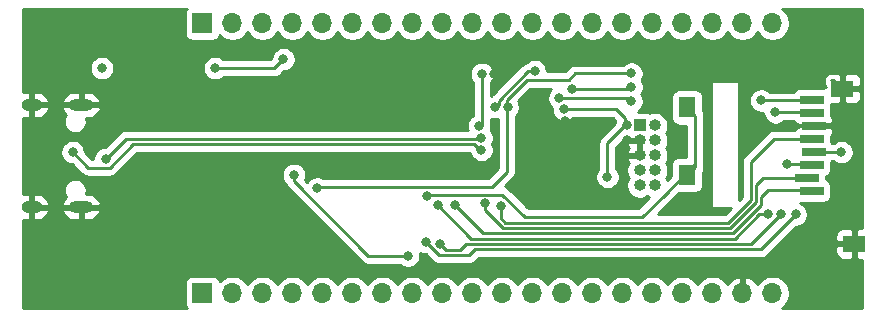
<source format=gbr>
%TF.GenerationSoftware,KiCad,Pcbnew,5.1.9+dfsg1-1*%
%TF.CreationDate,2022-01-14T18:54:08-05:00*%
%TF.ProjectId,samd51j18a,73616d64-3531-46a3-9138-612e6b696361,rev?*%
%TF.SameCoordinates,Original*%
%TF.FileFunction,Copper,L2,Bot*%
%TF.FilePolarity,Positive*%
%FSLAX46Y46*%
G04 Gerber Fmt 4.6, Leading zero omitted, Abs format (unit mm)*
G04 Created by KiCad (PCBNEW 5.1.9+dfsg1-1) date 2022-01-14 18:54:08*
%MOMM*%
%LPD*%
G01*
G04 APERTURE LIST*
%TA.AperFunction,ComponentPad*%
%ADD10O,1.700000X1.700000*%
%TD*%
%TA.AperFunction,ComponentPad*%
%ADD11R,1.700000X1.700000*%
%TD*%
%TA.AperFunction,ComponentPad*%
%ADD12O,1.800000X1.000000*%
%TD*%
%TA.AperFunction,ComponentPad*%
%ADD13O,2.100000X1.000000*%
%TD*%
%TA.AperFunction,ComponentPad*%
%ADD14O,1.000000X1.000000*%
%TD*%
%TA.AperFunction,ComponentPad*%
%ADD15R,1.000000X1.000000*%
%TD*%
%TA.AperFunction,SMDPad,CuDef*%
%ADD16R,1.900000X1.400000*%
%TD*%
%TA.AperFunction,SMDPad,CuDef*%
%ADD17R,2.000000X0.800000*%
%TD*%
%TA.AperFunction,SMDPad,CuDef*%
%ADD18R,1.400000X1.800000*%
%TD*%
%TA.AperFunction,ViaPad*%
%ADD19C,0.800000*%
%TD*%
%TA.AperFunction,Conductor*%
%ADD20C,0.250000*%
%TD*%
%TA.AperFunction,Conductor*%
%ADD21C,0.254000*%
%TD*%
%TA.AperFunction,Conductor*%
%ADD22C,0.100000*%
%TD*%
G04 APERTURE END LIST*
D10*
%TO.P,J4,20*%
%TO.N,PA19*%
X165100000Y-63500000D03*
%TO.P,J4,19*%
%TO.N,PB16*%
X162560000Y-63500000D03*
%TO.P,J4,18*%
%TO.N,PB17*%
X160020000Y-63500000D03*
%TO.P,J4,17*%
%TO.N,PA20*%
X157480000Y-63500000D03*
%TO.P,J4,16*%
%TO.N,PA21*%
X154940000Y-63500000D03*
%TO.P,J4,15*%
%TO.N,PA22*%
X152400000Y-63500000D03*
%TO.P,J4,14*%
%TO.N,PA23*%
X149860000Y-63500000D03*
%TO.P,J4,13*%
%TO.N,PB22*%
X147320000Y-63500000D03*
%TO.P,J4,12*%
%TO.N,PB23*%
X144780000Y-63500000D03*
%TO.P,J4,11*%
%TO.N,PA27*%
X142240000Y-63500000D03*
%TO.P,J4,10*%
%TO.N,PB30*%
X139700000Y-63500000D03*
%TO.P,J4,9*%
%TO.N,PB31*%
X137160000Y-63500000D03*
%TO.P,J4,8*%
%TO.N,PB00*%
X134620000Y-63500000D03*
%TO.P,J4,7*%
%TO.N,PB01*%
X132080000Y-63500000D03*
%TO.P,J4,6*%
%TO.N,PB02*%
X129540000Y-63500000D03*
%TO.P,J4,5*%
%TO.N,PB03*%
X127000000Y-63500000D03*
%TO.P,J4,4*%
%TO.N,PA02*%
X124460000Y-63500000D03*
%TO.P,J4,3*%
%TO.N,PA03*%
X121920000Y-63500000D03*
%TO.P,J4,2*%
%TO.N,PB04*%
X119380000Y-63500000D03*
D11*
%TO.P,J4,1*%
%TO.N,PB05*%
X116840000Y-63500000D03*
%TD*%
D10*
%TO.P,J1,20*%
%TO.N,+3V3*%
X165100000Y-86360000D03*
%TO.P,J1,19*%
%TO.N,GND*%
X162560000Y-86360000D03*
%TO.P,J1,18*%
%TO.N,PA18*%
X160020000Y-86360000D03*
%TO.P,J1,17*%
%TO.N,PA17*%
X157480000Y-86360000D03*
%TO.P,J1,16*%
%TO.N,PA16*%
X154940000Y-86360000D03*
%TO.P,J1,15*%
%TO.N,PA15*%
X152400000Y-86360000D03*
%TO.P,J1,14*%
%TO.N,PA14*%
X149860000Y-86360000D03*
%TO.P,J1,13*%
%TO.N,PA13*%
X147320000Y-86360000D03*
%TO.P,J1,12*%
%TO.N,PA12*%
X144780000Y-86360000D03*
%TO.P,J1,11*%
%TO.N,PB15*%
X142240000Y-86360000D03*
%TO.P,J1,10*%
%TO.N,PB14*%
X139700000Y-86360000D03*
%TO.P,J1,9*%
%TO.N,PB13*%
X137160000Y-86360000D03*
%TO.P,J1,8*%
%TO.N,PB12*%
X134620000Y-86360000D03*
%TO.P,J1,7*%
%TO.N,PA07*%
X132080000Y-86360000D03*
%TO.P,J1,6*%
%TO.N,PA05*%
X129540000Y-86360000D03*
%TO.P,J1,5*%
%TO.N,PA04*%
X127000000Y-86360000D03*
%TO.P,J1,4*%
%TO.N,PB09*%
X124460000Y-86360000D03*
%TO.P,J1,3*%
%TO.N,PB08*%
X121920000Y-86360000D03*
%TO.P,J1,2*%
%TO.N,PB07*%
X119380000Y-86360000D03*
D11*
%TO.P,J1,1*%
%TO.N,PB06*%
X116840000Y-86360000D03*
%TD*%
D12*
%TO.P,USB C,S1*%
%TO.N,GND*%
X102385000Y-79059500D03*
X102385000Y-70419500D03*
D13*
X106565000Y-70419500D03*
X106565000Y-79059500D03*
%TD*%
D14*
%TO.P,DEBUG,10*%
%TO.N,RESET*%
X155130500Y-77216000D03*
%TO.P,DEBUG,9*%
%TO.N,Net-(J5-Pad9)*%
X153860500Y-77216000D03*
%TO.P,DEBUG,8*%
%TO.N,Net-(J5-Pad8)*%
X155130500Y-75946000D03*
%TO.P,DEBUG,7*%
%TO.N,Net-(J5-Pad7)*%
X153860500Y-75946000D03*
%TO.P,DEBUG,6*%
%TO.N,Net-(J5-Pad6)*%
X155130500Y-74676000D03*
%TO.P,DEBUG,5*%
%TO.N,GND*%
X153860500Y-74676000D03*
%TO.P,DEBUG,4*%
%TO.N,SWCLK*%
X155130500Y-73406000D03*
%TO.P,DEBUG,3*%
%TO.N,GND*%
X153860500Y-73406000D03*
%TO.P,DEBUG,2*%
%TO.N,SWDIO*%
X155130500Y-72136000D03*
D15*
%TO.P,DEBUG,1*%
%TO.N,+3V3*%
X153860500Y-72136000D03*
%TD*%
D16*
%TO.P,MICRO SD,11*%
%TO.N,GND*%
X172020000Y-82180000D03*
X171020000Y-69030000D03*
D17*
%TO.P,MICRO SD,1*%
%TO.N,SDDAT[2]*%
X168420000Y-77680000D03*
%TO.P,MICRO SD,2*%
%TO.N,SDDAT[3]*%
X168020000Y-76580000D03*
%TO.P,MICRO SD,3*%
%TO.N,SDCMD*%
X168420000Y-75480000D03*
%TO.P,MICRO SD,4*%
%TO.N,+3V3*%
X168620000Y-74380000D03*
%TO.P,MICRO SD,5*%
%TO.N,SDCK*%
X168420000Y-73280000D03*
%TO.P,MICRO SD,6*%
%TO.N,GND*%
X168620000Y-72180000D03*
%TO.P,MICRO SD,7*%
%TO.N,SDDAT[0]*%
X168420000Y-71080000D03*
%TO.P,MICRO SD,8*%
%TO.N,SDDAT[1]*%
X168420000Y-69980000D03*
D18*
%TO.P,MICRO SD,9*%
%TO.N,SDCD*%
X157870000Y-76330000D03*
%TO.P,MICRO SD,10*%
X157870000Y-70630000D03*
%TD*%
D19*
%TO.N,GND*%
X152781000Y-73406000D03*
X141541500Y-67818000D03*
X147891500Y-66167000D03*
X147574000Y-71818500D03*
X127028000Y-70012500D03*
X118719500Y-80480000D03*
X122705501Y-75731999D03*
X102374500Y-69100500D03*
X102425500Y-74485500D03*
X136715500Y-74803000D03*
X153352500Y-78676500D03*
X144526000Y-78867000D03*
X157543500Y-78613000D03*
%TO.N,+3V3*%
X152781000Y-72136000D03*
X108331000Y-67310000D03*
X140271500Y-72199500D03*
X140490000Y-67790000D03*
X147447000Y-70802500D03*
X134239000Y-83185000D03*
X124587000Y-76327000D03*
X170942000Y-74422000D03*
X123698000Y-66548000D03*
X117919510Y-67309990D03*
X151130000Y-76517500D03*
%TO.N,RESET*%
X142684500Y-70612000D03*
X153162000Y-67754500D03*
X126545500Y-77480000D03*
%TO.N,VCC*%
X144970500Y-67564000D03*
X141605000Y-70612000D03*
%TO.N,D+*%
X108648500Y-74993500D03*
X140462000Y-73215500D03*
%TO.N,D-*%
X105854500Y-74422000D03*
X140462000Y-74231500D03*
%TO.N,SDDAT[2]*%
X138239500Y-78930500D03*
%TO.N,SDDAT[3]*%
X140779500Y-78740000D03*
%TO.N,SDCMD*%
X167068500Y-79692500D03*
X166306500Y-75438000D03*
X135763000Y-82042000D03*
%TO.N,SDCK*%
X142113000Y-78994000D03*
%TO.N,SDDAT[0]*%
X165862000Y-79692500D03*
X165354000Y-71056500D03*
X136969500Y-82169000D03*
%TO.N,SDDAT[1]*%
X164719000Y-79692500D03*
X164147500Y-70040500D03*
X136779000Y-78930500D03*
%TO.N,SDCD*%
X135890000Y-78105000D03*
%TO.N,SWCLK*%
X153162000Y-68897500D03*
X148145500Y-69088000D03*
%TO.N,SWDIO*%
X153162000Y-70104000D03*
X147066000Y-69850000D03*
%TD*%
D20*
%TO.N,GND*%
X170070000Y-68330000D02*
X170184000Y-68330000D01*
X170184000Y-68330000D02*
X171005500Y-69151500D01*
X171005500Y-69151500D02*
X171005500Y-70479502D01*
X171005500Y-70479502D02*
X171005500Y-72136000D01*
X171005500Y-72136000D02*
X168846500Y-72136000D01*
X168846500Y-72136000D02*
X170815000Y-72136000D01*
X170815000Y-72136000D02*
X172275500Y-73596500D01*
X172275500Y-73596500D02*
X172275500Y-79565500D01*
X172275500Y-79565500D02*
X172021500Y-79819500D01*
X172021500Y-79819500D02*
X172021500Y-82232500D01*
X172021500Y-82232500D02*
X166878000Y-82232500D01*
X166878000Y-82232500D02*
X164719000Y-84391500D01*
X164719000Y-84391500D02*
X162560000Y-84391500D01*
X162560000Y-84391500D02*
X162560000Y-86233000D01*
%TO.N,+3V3*%
X140490000Y-67790000D02*
X140490000Y-72108000D01*
X140490000Y-72108000D02*
X140462000Y-72136000D01*
X147447000Y-70802500D02*
X151892000Y-70802500D01*
X152654000Y-71564500D02*
X152654000Y-72136000D01*
X151892000Y-70802500D02*
X152654000Y-71564500D01*
X130879315Y-83185000D02*
X134239000Y-83185000D01*
X124587000Y-76892685D02*
X130879315Y-83185000D01*
X124587000Y-76327000D02*
X124587000Y-76892685D01*
X170942000Y-74422000D02*
X168592500Y-74422000D01*
X122936010Y-67309990D02*
X123698000Y-66548000D01*
X117919510Y-67309990D02*
X122936010Y-67309990D01*
X151130000Y-73660000D02*
X152654000Y-72136000D01*
X151130000Y-76517500D02*
X151130000Y-73660000D01*
%TO.N,RESET*%
X147843497Y-68317001D02*
X144288224Y-68317001D01*
X148405998Y-67754500D02*
X147843497Y-68317001D01*
X153162000Y-67754500D02*
X148405998Y-67754500D01*
X142621000Y-69984225D02*
X142621000Y-70675500D01*
X144288224Y-68317001D02*
X142621000Y-69984225D01*
X126645501Y-77379999D02*
X141314001Y-77379999D01*
X126545500Y-77480000D02*
X126645501Y-77379999D01*
X142621000Y-76073000D02*
X142621000Y-70675500D01*
X141314001Y-77379999D02*
X142621000Y-76073000D01*
%TO.N,VCC*%
X144404815Y-67564000D02*
X141922500Y-70046315D01*
X144970500Y-67564000D02*
X144404815Y-67564000D01*
X141922500Y-70421500D02*
X141668500Y-70675500D01*
X141922500Y-70046315D02*
X141922500Y-70421500D01*
%TO.N,D+*%
X110363000Y-73279000D02*
X140462000Y-73279000D01*
X108648500Y-74993500D02*
X110363000Y-73279000D01*
%TO.N,D-*%
X108996501Y-75718501D02*
X110985992Y-73729010D01*
X107151001Y-75718501D02*
X108996501Y-75718501D01*
X105854500Y-74422000D02*
X107151001Y-75718501D01*
X139839008Y-73729010D02*
X140341498Y-74231500D01*
X140341498Y-74231500D02*
X140462000Y-74231500D01*
X110985992Y-73729010D02*
X139839008Y-73729010D01*
%TO.N,SDDAT[2]*%
X140600020Y-81291020D02*
X138239500Y-78930500D01*
X161726300Y-81291020D02*
X140600020Y-81291020D01*
X164158520Y-78858800D02*
X161726300Y-81291020D01*
X164158520Y-78220980D02*
X164158520Y-78858800D01*
X164719000Y-77660500D02*
X164158520Y-78220980D01*
X168338500Y-77660500D02*
X164719000Y-77660500D01*
%TO.N,SDDAT[3]*%
X140779500Y-79312910D02*
X142307600Y-80841010D01*
X140779500Y-78740000D02*
X140779500Y-79312910D01*
X142307600Y-80841010D02*
X158305500Y-80841010D01*
X161539901Y-80841009D02*
X163708510Y-78672400D01*
X158305500Y-80841010D02*
X161539901Y-80841009D01*
X163708510Y-78672400D02*
X163708510Y-77470000D01*
X163708510Y-77470000D02*
X163708510Y-77210490D01*
X163708510Y-77210490D02*
X164338000Y-76581000D01*
X164338000Y-76581000D02*
X168021000Y-76581000D01*
%TO.N,SDCMD*%
X164119950Y-82641050D02*
X167068500Y-79692500D01*
X139926450Y-82641050D02*
X164119950Y-82641050D01*
X139440490Y-83127010D02*
X139926450Y-82641050D01*
X136848010Y-83127010D02*
X139440490Y-83127010D01*
X135763000Y-82042000D02*
X136848010Y-83127010D01*
X166306500Y-75438000D02*
X168402000Y-75438000D01*
%TO.N,SDCK*%
X142113000Y-78994000D02*
X142113000Y-80010000D01*
X142113000Y-80010000D02*
X142494000Y-80391000D01*
X142494000Y-80391000D02*
X158305500Y-80391000D01*
X158305500Y-80391000D02*
X161353500Y-80391000D01*
X161353500Y-80391000D02*
X163258500Y-78486000D01*
X163258500Y-78486000D02*
X163258500Y-75247500D01*
X163258500Y-75247500D02*
X165227000Y-73279000D01*
X165227000Y-73279000D02*
X168402000Y-73279000D01*
%TO.N,SDDAT[0]*%
X163293462Y-82191040D02*
X165792002Y-79692500D01*
X165792002Y-79692500D02*
X165862000Y-79692500D01*
X139169960Y-82191040D02*
X163293462Y-82191040D01*
X138684000Y-82677000D02*
X139169960Y-82191040D01*
X137477500Y-82677000D02*
X138684000Y-82677000D01*
X136969500Y-82169000D02*
X137477500Y-82677000D01*
X165354000Y-71056500D02*
X168338500Y-71056500D01*
%TO.N,SDDAT[1]*%
X164147500Y-70040500D02*
X168338500Y-70040500D01*
X139589530Y-81741030D02*
X136779000Y-78930500D01*
X161912701Y-81741029D02*
X139589530Y-81741030D01*
X163961230Y-79692500D02*
X161912701Y-81741029D01*
X164719000Y-79692500D02*
X163961230Y-79692500D01*
%TO.N,SDCD*%
X158570000Y-75430000D02*
X158570000Y-71321000D01*
X158570000Y-71321000D02*
X157988000Y-70739000D01*
X158570000Y-75430000D02*
X158570000Y-75681500D01*
X158570000Y-75681500D02*
X157861000Y-76390500D01*
X135890000Y-78105000D02*
X135890000Y-78105000D01*
X155958999Y-78041001D02*
X158570000Y-75430000D01*
X144132992Y-79940990D02*
X154059010Y-79940990D01*
X142207001Y-78014999D02*
X144132992Y-79940990D01*
X140431499Y-78014999D02*
X142207001Y-78014999D01*
X154059010Y-79940990D02*
X155958999Y-78041001D01*
X140405497Y-78041001D02*
X140431499Y-78014999D01*
X135953999Y-78041001D02*
X140405497Y-78041001D01*
X135890000Y-78105000D02*
X135953999Y-78041001D01*
%TO.N,SWCLK*%
X152971500Y-69088000D02*
X153162000Y-68897500D01*
X148145500Y-69088000D02*
X152971500Y-69088000D01*
%TO.N,SWDIO*%
X152908000Y-69850000D02*
X153162000Y-70104000D01*
X147066000Y-69850000D02*
X152908000Y-69850000D01*
%TD*%
D21*
%TO.N,GND*%
X115459463Y-62295506D02*
X115400498Y-62405820D01*
X115364188Y-62525518D01*
X115351928Y-62650000D01*
X115351928Y-64350000D01*
X115364188Y-64474482D01*
X115400498Y-64594180D01*
X115459463Y-64704494D01*
X115538815Y-64801185D01*
X115635506Y-64880537D01*
X115745820Y-64939502D01*
X115865518Y-64975812D01*
X115990000Y-64988072D01*
X117690000Y-64988072D01*
X117814482Y-64975812D01*
X117934180Y-64939502D01*
X118044494Y-64880537D01*
X118141185Y-64801185D01*
X118220537Y-64704494D01*
X118279502Y-64594180D01*
X118301513Y-64521620D01*
X118433368Y-64653475D01*
X118676589Y-64815990D01*
X118946842Y-64927932D01*
X119233740Y-64985000D01*
X119526260Y-64985000D01*
X119813158Y-64927932D01*
X120083411Y-64815990D01*
X120326632Y-64653475D01*
X120533475Y-64446632D01*
X120650000Y-64272240D01*
X120766525Y-64446632D01*
X120973368Y-64653475D01*
X121216589Y-64815990D01*
X121486842Y-64927932D01*
X121773740Y-64985000D01*
X122066260Y-64985000D01*
X122353158Y-64927932D01*
X122623411Y-64815990D01*
X122866632Y-64653475D01*
X123073475Y-64446632D01*
X123190000Y-64272240D01*
X123306525Y-64446632D01*
X123513368Y-64653475D01*
X123756589Y-64815990D01*
X124026842Y-64927932D01*
X124313740Y-64985000D01*
X124606260Y-64985000D01*
X124893158Y-64927932D01*
X125163411Y-64815990D01*
X125406632Y-64653475D01*
X125613475Y-64446632D01*
X125730000Y-64272240D01*
X125846525Y-64446632D01*
X126053368Y-64653475D01*
X126296589Y-64815990D01*
X126566842Y-64927932D01*
X126853740Y-64985000D01*
X127146260Y-64985000D01*
X127433158Y-64927932D01*
X127703411Y-64815990D01*
X127946632Y-64653475D01*
X128153475Y-64446632D01*
X128270000Y-64272240D01*
X128386525Y-64446632D01*
X128593368Y-64653475D01*
X128836589Y-64815990D01*
X129106842Y-64927932D01*
X129393740Y-64985000D01*
X129686260Y-64985000D01*
X129973158Y-64927932D01*
X130243411Y-64815990D01*
X130486632Y-64653475D01*
X130693475Y-64446632D01*
X130810000Y-64272240D01*
X130926525Y-64446632D01*
X131133368Y-64653475D01*
X131376589Y-64815990D01*
X131646842Y-64927932D01*
X131933740Y-64985000D01*
X132226260Y-64985000D01*
X132513158Y-64927932D01*
X132783411Y-64815990D01*
X133026632Y-64653475D01*
X133233475Y-64446632D01*
X133350000Y-64272240D01*
X133466525Y-64446632D01*
X133673368Y-64653475D01*
X133916589Y-64815990D01*
X134186842Y-64927932D01*
X134473740Y-64985000D01*
X134766260Y-64985000D01*
X135053158Y-64927932D01*
X135323411Y-64815990D01*
X135566632Y-64653475D01*
X135773475Y-64446632D01*
X135890000Y-64272240D01*
X136006525Y-64446632D01*
X136213368Y-64653475D01*
X136456589Y-64815990D01*
X136726842Y-64927932D01*
X137013740Y-64985000D01*
X137306260Y-64985000D01*
X137593158Y-64927932D01*
X137863411Y-64815990D01*
X138106632Y-64653475D01*
X138313475Y-64446632D01*
X138430000Y-64272240D01*
X138546525Y-64446632D01*
X138753368Y-64653475D01*
X138996589Y-64815990D01*
X139266842Y-64927932D01*
X139553740Y-64985000D01*
X139846260Y-64985000D01*
X140133158Y-64927932D01*
X140403411Y-64815990D01*
X140646632Y-64653475D01*
X140853475Y-64446632D01*
X140970000Y-64272240D01*
X141086525Y-64446632D01*
X141293368Y-64653475D01*
X141536589Y-64815990D01*
X141806842Y-64927932D01*
X142093740Y-64985000D01*
X142386260Y-64985000D01*
X142673158Y-64927932D01*
X142943411Y-64815990D01*
X143186632Y-64653475D01*
X143393475Y-64446632D01*
X143510000Y-64272240D01*
X143626525Y-64446632D01*
X143833368Y-64653475D01*
X144076589Y-64815990D01*
X144346842Y-64927932D01*
X144633740Y-64985000D01*
X144926260Y-64985000D01*
X145213158Y-64927932D01*
X145483411Y-64815990D01*
X145726632Y-64653475D01*
X145933475Y-64446632D01*
X146050000Y-64272240D01*
X146166525Y-64446632D01*
X146373368Y-64653475D01*
X146616589Y-64815990D01*
X146886842Y-64927932D01*
X147173740Y-64985000D01*
X147466260Y-64985000D01*
X147753158Y-64927932D01*
X148023411Y-64815990D01*
X148266632Y-64653475D01*
X148473475Y-64446632D01*
X148590000Y-64272240D01*
X148706525Y-64446632D01*
X148913368Y-64653475D01*
X149156589Y-64815990D01*
X149426842Y-64927932D01*
X149713740Y-64985000D01*
X150006260Y-64985000D01*
X150293158Y-64927932D01*
X150563411Y-64815990D01*
X150806632Y-64653475D01*
X151013475Y-64446632D01*
X151130000Y-64272240D01*
X151246525Y-64446632D01*
X151453368Y-64653475D01*
X151696589Y-64815990D01*
X151966842Y-64927932D01*
X152253740Y-64985000D01*
X152546260Y-64985000D01*
X152833158Y-64927932D01*
X153103411Y-64815990D01*
X153346632Y-64653475D01*
X153553475Y-64446632D01*
X153670000Y-64272240D01*
X153786525Y-64446632D01*
X153993368Y-64653475D01*
X154236589Y-64815990D01*
X154506842Y-64927932D01*
X154793740Y-64985000D01*
X155086260Y-64985000D01*
X155373158Y-64927932D01*
X155643411Y-64815990D01*
X155886632Y-64653475D01*
X156093475Y-64446632D01*
X156210000Y-64272240D01*
X156326525Y-64446632D01*
X156533368Y-64653475D01*
X156776589Y-64815990D01*
X157046842Y-64927932D01*
X157333740Y-64985000D01*
X157626260Y-64985000D01*
X157913158Y-64927932D01*
X158183411Y-64815990D01*
X158426632Y-64653475D01*
X158633475Y-64446632D01*
X158750000Y-64272240D01*
X158866525Y-64446632D01*
X159073368Y-64653475D01*
X159316589Y-64815990D01*
X159586842Y-64927932D01*
X159873740Y-64985000D01*
X160166260Y-64985000D01*
X160453158Y-64927932D01*
X160723411Y-64815990D01*
X160966632Y-64653475D01*
X161173475Y-64446632D01*
X161290000Y-64272240D01*
X161406525Y-64446632D01*
X161613368Y-64653475D01*
X161856589Y-64815990D01*
X162126842Y-64927932D01*
X162413740Y-64985000D01*
X162706260Y-64985000D01*
X162993158Y-64927932D01*
X163263411Y-64815990D01*
X163506632Y-64653475D01*
X163713475Y-64446632D01*
X163830000Y-64272240D01*
X163946525Y-64446632D01*
X164153368Y-64653475D01*
X164396589Y-64815990D01*
X164666842Y-64927932D01*
X164953740Y-64985000D01*
X165246260Y-64985000D01*
X165533158Y-64927932D01*
X165803411Y-64815990D01*
X166046632Y-64653475D01*
X166253475Y-64446632D01*
X166415990Y-64203411D01*
X166527932Y-63933158D01*
X166585000Y-63646260D01*
X166585000Y-63353740D01*
X166527932Y-63066842D01*
X166415990Y-62796589D01*
X166253475Y-62553368D01*
X166046632Y-62346525D01*
X165909655Y-62255000D01*
X172695001Y-62255000D01*
X172695000Y-80843200D01*
X172305750Y-80845000D01*
X172147000Y-81003750D01*
X172147000Y-82053000D01*
X172167000Y-82053000D01*
X172167000Y-82307000D01*
X172147000Y-82307000D01*
X172147000Y-83356250D01*
X172305750Y-83515000D01*
X172695000Y-83516800D01*
X172695000Y-87605000D01*
X165909655Y-87605000D01*
X166046632Y-87513475D01*
X166253475Y-87306632D01*
X166415990Y-87063411D01*
X166527932Y-86793158D01*
X166585000Y-86506260D01*
X166585000Y-86213740D01*
X166527932Y-85926842D01*
X166415990Y-85656589D01*
X166253475Y-85413368D01*
X166046632Y-85206525D01*
X165803411Y-85044010D01*
X165533158Y-84932068D01*
X165246260Y-84875000D01*
X164953740Y-84875000D01*
X164666842Y-84932068D01*
X164396589Y-85044010D01*
X164153368Y-85206525D01*
X163946525Y-85413368D01*
X163824805Y-85595534D01*
X163755178Y-85478645D01*
X163560269Y-85262412D01*
X163326920Y-85088359D01*
X163064099Y-84963175D01*
X162916890Y-84918524D01*
X162687000Y-85039845D01*
X162687000Y-86233000D01*
X162707000Y-86233000D01*
X162707000Y-86487000D01*
X162687000Y-86487000D01*
X162687000Y-86507000D01*
X162433000Y-86507000D01*
X162433000Y-86487000D01*
X162413000Y-86487000D01*
X162413000Y-86233000D01*
X162433000Y-86233000D01*
X162433000Y-85039845D01*
X162203110Y-84918524D01*
X162055901Y-84963175D01*
X161793080Y-85088359D01*
X161559731Y-85262412D01*
X161364822Y-85478645D01*
X161295195Y-85595534D01*
X161173475Y-85413368D01*
X160966632Y-85206525D01*
X160723411Y-85044010D01*
X160453158Y-84932068D01*
X160166260Y-84875000D01*
X159873740Y-84875000D01*
X159586842Y-84932068D01*
X159316589Y-85044010D01*
X159073368Y-85206525D01*
X158866525Y-85413368D01*
X158750000Y-85587760D01*
X158633475Y-85413368D01*
X158426632Y-85206525D01*
X158183411Y-85044010D01*
X157913158Y-84932068D01*
X157626260Y-84875000D01*
X157333740Y-84875000D01*
X157046842Y-84932068D01*
X156776589Y-85044010D01*
X156533368Y-85206525D01*
X156326525Y-85413368D01*
X156210000Y-85587760D01*
X156093475Y-85413368D01*
X155886632Y-85206525D01*
X155643411Y-85044010D01*
X155373158Y-84932068D01*
X155086260Y-84875000D01*
X154793740Y-84875000D01*
X154506842Y-84932068D01*
X154236589Y-85044010D01*
X153993368Y-85206525D01*
X153786525Y-85413368D01*
X153670000Y-85587760D01*
X153553475Y-85413368D01*
X153346632Y-85206525D01*
X153103411Y-85044010D01*
X152833158Y-84932068D01*
X152546260Y-84875000D01*
X152253740Y-84875000D01*
X151966842Y-84932068D01*
X151696589Y-85044010D01*
X151453368Y-85206525D01*
X151246525Y-85413368D01*
X151130000Y-85587760D01*
X151013475Y-85413368D01*
X150806632Y-85206525D01*
X150563411Y-85044010D01*
X150293158Y-84932068D01*
X150006260Y-84875000D01*
X149713740Y-84875000D01*
X149426842Y-84932068D01*
X149156589Y-85044010D01*
X148913368Y-85206525D01*
X148706525Y-85413368D01*
X148590000Y-85587760D01*
X148473475Y-85413368D01*
X148266632Y-85206525D01*
X148023411Y-85044010D01*
X147753158Y-84932068D01*
X147466260Y-84875000D01*
X147173740Y-84875000D01*
X146886842Y-84932068D01*
X146616589Y-85044010D01*
X146373368Y-85206525D01*
X146166525Y-85413368D01*
X146050000Y-85587760D01*
X145933475Y-85413368D01*
X145726632Y-85206525D01*
X145483411Y-85044010D01*
X145213158Y-84932068D01*
X144926260Y-84875000D01*
X144633740Y-84875000D01*
X144346842Y-84932068D01*
X144076589Y-85044010D01*
X143833368Y-85206525D01*
X143626525Y-85413368D01*
X143510000Y-85587760D01*
X143393475Y-85413368D01*
X143186632Y-85206525D01*
X142943411Y-85044010D01*
X142673158Y-84932068D01*
X142386260Y-84875000D01*
X142093740Y-84875000D01*
X141806842Y-84932068D01*
X141536589Y-85044010D01*
X141293368Y-85206525D01*
X141086525Y-85413368D01*
X140970000Y-85587760D01*
X140853475Y-85413368D01*
X140646632Y-85206525D01*
X140403411Y-85044010D01*
X140133158Y-84932068D01*
X139846260Y-84875000D01*
X139553740Y-84875000D01*
X139266842Y-84932068D01*
X138996589Y-85044010D01*
X138753368Y-85206525D01*
X138546525Y-85413368D01*
X138430000Y-85587760D01*
X138313475Y-85413368D01*
X138106632Y-85206525D01*
X137863411Y-85044010D01*
X137593158Y-84932068D01*
X137306260Y-84875000D01*
X137013740Y-84875000D01*
X136726842Y-84932068D01*
X136456589Y-85044010D01*
X136213368Y-85206525D01*
X136006525Y-85413368D01*
X135890000Y-85587760D01*
X135773475Y-85413368D01*
X135566632Y-85206525D01*
X135323411Y-85044010D01*
X135053158Y-84932068D01*
X134766260Y-84875000D01*
X134473740Y-84875000D01*
X134186842Y-84932068D01*
X133916589Y-85044010D01*
X133673368Y-85206525D01*
X133466525Y-85413368D01*
X133350000Y-85587760D01*
X133233475Y-85413368D01*
X133026632Y-85206525D01*
X132783411Y-85044010D01*
X132513158Y-84932068D01*
X132226260Y-84875000D01*
X131933740Y-84875000D01*
X131646842Y-84932068D01*
X131376589Y-85044010D01*
X131133368Y-85206525D01*
X130926525Y-85413368D01*
X130810000Y-85587760D01*
X130693475Y-85413368D01*
X130486632Y-85206525D01*
X130243411Y-85044010D01*
X129973158Y-84932068D01*
X129686260Y-84875000D01*
X129393740Y-84875000D01*
X129106842Y-84932068D01*
X128836589Y-85044010D01*
X128593368Y-85206525D01*
X128386525Y-85413368D01*
X128270000Y-85587760D01*
X128153475Y-85413368D01*
X127946632Y-85206525D01*
X127703411Y-85044010D01*
X127433158Y-84932068D01*
X127146260Y-84875000D01*
X126853740Y-84875000D01*
X126566842Y-84932068D01*
X126296589Y-85044010D01*
X126053368Y-85206525D01*
X125846525Y-85413368D01*
X125730000Y-85587760D01*
X125613475Y-85413368D01*
X125406632Y-85206525D01*
X125163411Y-85044010D01*
X124893158Y-84932068D01*
X124606260Y-84875000D01*
X124313740Y-84875000D01*
X124026842Y-84932068D01*
X123756589Y-85044010D01*
X123513368Y-85206525D01*
X123306525Y-85413368D01*
X123190000Y-85587760D01*
X123073475Y-85413368D01*
X122866632Y-85206525D01*
X122623411Y-85044010D01*
X122353158Y-84932068D01*
X122066260Y-84875000D01*
X121773740Y-84875000D01*
X121486842Y-84932068D01*
X121216589Y-85044010D01*
X120973368Y-85206525D01*
X120766525Y-85413368D01*
X120650000Y-85587760D01*
X120533475Y-85413368D01*
X120326632Y-85206525D01*
X120083411Y-85044010D01*
X119813158Y-84932068D01*
X119526260Y-84875000D01*
X119233740Y-84875000D01*
X118946842Y-84932068D01*
X118676589Y-85044010D01*
X118433368Y-85206525D01*
X118301513Y-85338380D01*
X118279502Y-85265820D01*
X118220537Y-85155506D01*
X118141185Y-85058815D01*
X118044494Y-84979463D01*
X117934180Y-84920498D01*
X117814482Y-84884188D01*
X117690000Y-84871928D01*
X115990000Y-84871928D01*
X115865518Y-84884188D01*
X115745820Y-84920498D01*
X115635506Y-84979463D01*
X115538815Y-85058815D01*
X115459463Y-85155506D01*
X115400498Y-85265820D01*
X115364188Y-85385518D01*
X115351928Y-85510000D01*
X115351928Y-87210000D01*
X115364188Y-87334482D01*
X115400498Y-87454180D01*
X115459463Y-87564494D01*
X115492705Y-87605000D01*
X101625000Y-87605000D01*
X101625000Y-80141892D01*
X101639013Y-80147915D01*
X101858000Y-80194500D01*
X102258000Y-80194500D01*
X102258000Y-79186500D01*
X102512000Y-79186500D01*
X102512000Y-80194500D01*
X102912000Y-80194500D01*
X103130987Y-80147915D01*
X103336678Y-80059503D01*
X103521169Y-79932661D01*
X103677369Y-79772264D01*
X103799276Y-79584476D01*
X103879119Y-79361374D01*
X104920881Y-79361374D01*
X105000724Y-79584476D01*
X105122631Y-79772264D01*
X105278831Y-79932661D01*
X105463322Y-80059503D01*
X105669013Y-80147915D01*
X105888000Y-80194500D01*
X106438000Y-80194500D01*
X106438000Y-79186500D01*
X106692000Y-79186500D01*
X106692000Y-80194500D01*
X107242000Y-80194500D01*
X107460987Y-80147915D01*
X107666678Y-80059503D01*
X107851169Y-79932661D01*
X108007369Y-79772264D01*
X108129276Y-79584476D01*
X108209119Y-79361374D01*
X108082954Y-79186500D01*
X106692000Y-79186500D01*
X106438000Y-79186500D01*
X105047046Y-79186500D01*
X104920881Y-79361374D01*
X103879119Y-79361374D01*
X103752954Y-79186500D01*
X102512000Y-79186500D01*
X102258000Y-79186500D01*
X102238000Y-79186500D01*
X102238000Y-78932500D01*
X102258000Y-78932500D01*
X102258000Y-77924500D01*
X102512000Y-77924500D01*
X102512000Y-78932500D01*
X103752954Y-78932500D01*
X103879119Y-78757626D01*
X104920881Y-78757626D01*
X105047046Y-78932500D01*
X106438000Y-78932500D01*
X106438000Y-78912500D01*
X106692000Y-78912500D01*
X106692000Y-78932500D01*
X108082954Y-78932500D01*
X108209119Y-78757626D01*
X108129276Y-78534524D01*
X108007369Y-78346736D01*
X107851169Y-78186339D01*
X107666678Y-78059497D01*
X107460987Y-77971085D01*
X107242000Y-77924500D01*
X106981904Y-77924500D01*
X106988108Y-77909522D01*
X107025000Y-77724052D01*
X107025000Y-77534948D01*
X106988108Y-77349478D01*
X106915741Y-77174769D01*
X106810681Y-77017536D01*
X106676964Y-76883819D01*
X106519731Y-76778759D01*
X106345022Y-76706392D01*
X106159552Y-76669500D01*
X105970448Y-76669500D01*
X105784978Y-76706392D01*
X105610269Y-76778759D01*
X105453036Y-76883819D01*
X105319319Y-77017536D01*
X105214259Y-77174769D01*
X105141892Y-77349478D01*
X105105000Y-77534948D01*
X105105000Y-77724052D01*
X105141892Y-77909522D01*
X105214259Y-78084231D01*
X105281335Y-78184617D01*
X105278831Y-78186339D01*
X105122631Y-78346736D01*
X105000724Y-78534524D01*
X104920881Y-78757626D01*
X103879119Y-78757626D01*
X103799276Y-78534524D01*
X103677369Y-78346736D01*
X103521169Y-78186339D01*
X103336678Y-78059497D01*
X103130987Y-77971085D01*
X102912000Y-77924500D01*
X102512000Y-77924500D01*
X102258000Y-77924500D01*
X101858000Y-77924500D01*
X101639013Y-77971085D01*
X101625000Y-77977108D01*
X101625000Y-74320061D01*
X104819500Y-74320061D01*
X104819500Y-74523939D01*
X104859274Y-74723898D01*
X104937295Y-74912256D01*
X105050563Y-75081774D01*
X105194726Y-75225937D01*
X105364244Y-75339205D01*
X105552602Y-75417226D01*
X105752561Y-75457000D01*
X105814699Y-75457000D01*
X106587202Y-76229504D01*
X106611000Y-76258502D01*
X106726725Y-76353475D01*
X106858754Y-76424047D01*
X107002015Y-76467504D01*
X107113668Y-76478501D01*
X107113677Y-76478501D01*
X107151000Y-76482177D01*
X107188323Y-76478501D01*
X108959179Y-76478501D01*
X108996501Y-76482177D01*
X109033823Y-76478501D01*
X109033834Y-76478501D01*
X109145487Y-76467504D01*
X109288748Y-76424047D01*
X109420777Y-76353475D01*
X109536502Y-76258502D01*
X109560305Y-76229498D01*
X111300794Y-74489010D01*
X139457945Y-74489010D01*
X139466774Y-74533398D01*
X139544795Y-74721756D01*
X139658063Y-74891274D01*
X139802226Y-75035437D01*
X139971744Y-75148705D01*
X140160102Y-75226726D01*
X140360061Y-75266500D01*
X140563939Y-75266500D01*
X140763898Y-75226726D01*
X140952256Y-75148705D01*
X141121774Y-75035437D01*
X141265937Y-74891274D01*
X141379205Y-74721756D01*
X141457226Y-74533398D01*
X141497000Y-74333439D01*
X141497000Y-74129561D01*
X141457226Y-73929602D01*
X141379205Y-73741244D01*
X141367349Y-73723500D01*
X141379205Y-73705756D01*
X141457226Y-73517398D01*
X141497000Y-73317439D01*
X141497000Y-73113561D01*
X141457226Y-72913602D01*
X141379205Y-72725244D01*
X141265937Y-72555726D01*
X141250583Y-72540372D01*
X141266726Y-72501398D01*
X141306500Y-72301439D01*
X141306500Y-72097561D01*
X141266726Y-71897602D01*
X141250000Y-71857222D01*
X141250000Y-71585230D01*
X141303102Y-71607226D01*
X141503061Y-71647000D01*
X141706939Y-71647000D01*
X141861001Y-71616355D01*
X141861000Y-75758198D01*
X140999200Y-76619999D01*
X127121368Y-76619999D01*
X127035756Y-76562795D01*
X126847398Y-76484774D01*
X126647439Y-76445000D01*
X126443561Y-76445000D01*
X126243602Y-76484774D01*
X126055244Y-76562795D01*
X125885726Y-76676063D01*
X125741563Y-76820226D01*
X125680592Y-76911476D01*
X125528271Y-76759155D01*
X125582226Y-76628898D01*
X125622000Y-76428939D01*
X125622000Y-76225061D01*
X125582226Y-76025102D01*
X125504205Y-75836744D01*
X125390937Y-75667226D01*
X125246774Y-75523063D01*
X125077256Y-75409795D01*
X124888898Y-75331774D01*
X124688939Y-75292000D01*
X124485061Y-75292000D01*
X124285102Y-75331774D01*
X124096744Y-75409795D01*
X123927226Y-75523063D01*
X123783063Y-75667226D01*
X123669795Y-75836744D01*
X123591774Y-76025102D01*
X123552000Y-76225061D01*
X123552000Y-76428939D01*
X123591774Y-76628898D01*
X123669795Y-76817256D01*
X123783063Y-76986774D01*
X123838013Y-77041724D01*
X123881454Y-77184932D01*
X123898047Y-77215974D01*
X123952026Y-77316961D01*
X123994121Y-77368253D01*
X124047000Y-77432686D01*
X124075998Y-77456484D01*
X130315516Y-83696003D01*
X130339314Y-83725001D01*
X130455039Y-83819974D01*
X130587068Y-83890546D01*
X130730329Y-83934003D01*
X130841982Y-83945000D01*
X130841991Y-83945000D01*
X130879314Y-83948676D01*
X130916637Y-83945000D01*
X133535289Y-83945000D01*
X133579226Y-83988937D01*
X133748744Y-84102205D01*
X133937102Y-84180226D01*
X134137061Y-84220000D01*
X134340939Y-84220000D01*
X134540898Y-84180226D01*
X134729256Y-84102205D01*
X134898774Y-83988937D01*
X135042937Y-83844774D01*
X135156205Y-83675256D01*
X135234226Y-83486898D01*
X135274000Y-83286939D01*
X135274000Y-83083061D01*
X135245780Y-82941188D01*
X135272744Y-82959205D01*
X135461102Y-83037226D01*
X135661061Y-83077000D01*
X135723199Y-83077000D01*
X136284211Y-83638013D01*
X136308009Y-83667011D01*
X136423734Y-83761984D01*
X136555763Y-83832556D01*
X136699024Y-83876013D01*
X136810677Y-83887010D01*
X136810687Y-83887010D01*
X136848010Y-83890686D01*
X136885333Y-83887010D01*
X139403168Y-83887010D01*
X139440490Y-83890686D01*
X139477812Y-83887010D01*
X139477823Y-83887010D01*
X139589476Y-83876013D01*
X139732737Y-83832556D01*
X139864766Y-83761984D01*
X139980491Y-83667011D01*
X140004294Y-83638007D01*
X140241251Y-83401050D01*
X164082628Y-83401050D01*
X164119950Y-83404726D01*
X164157272Y-83401050D01*
X164157283Y-83401050D01*
X164268936Y-83390053D01*
X164412197Y-83346596D01*
X164544226Y-83276024D01*
X164659951Y-83181051D01*
X164683754Y-83152047D01*
X164955801Y-82880000D01*
X170431928Y-82880000D01*
X170444188Y-83004482D01*
X170480498Y-83124180D01*
X170539463Y-83234494D01*
X170618815Y-83331185D01*
X170715506Y-83410537D01*
X170825820Y-83469502D01*
X170945518Y-83505812D01*
X171070000Y-83518072D01*
X171734250Y-83515000D01*
X171893000Y-83356250D01*
X171893000Y-82307000D01*
X170593750Y-82307000D01*
X170435000Y-82465750D01*
X170431928Y-82880000D01*
X164955801Y-82880000D01*
X166355802Y-81480000D01*
X170431928Y-81480000D01*
X170435000Y-81894250D01*
X170593750Y-82053000D01*
X171893000Y-82053000D01*
X171893000Y-81003750D01*
X171734250Y-80845000D01*
X171070000Y-80841928D01*
X170945518Y-80854188D01*
X170825820Y-80890498D01*
X170715506Y-80949463D01*
X170618815Y-81028815D01*
X170539463Y-81125506D01*
X170480498Y-81235820D01*
X170444188Y-81355518D01*
X170431928Y-81480000D01*
X166355802Y-81480000D01*
X167108303Y-80727500D01*
X167170439Y-80727500D01*
X167370398Y-80687726D01*
X167558756Y-80609705D01*
X167728274Y-80496437D01*
X167872437Y-80352274D01*
X167985705Y-80182756D01*
X168063726Y-79994398D01*
X168103500Y-79794439D01*
X168103500Y-79590561D01*
X168063726Y-79390602D01*
X167985705Y-79202244D01*
X167872437Y-79032726D01*
X167728274Y-78888563D01*
X167558756Y-78775295D01*
X167420608Y-78718072D01*
X169420000Y-78718072D01*
X169544482Y-78705812D01*
X169664180Y-78669502D01*
X169774494Y-78610537D01*
X169871185Y-78531185D01*
X169950537Y-78434494D01*
X170009502Y-78324180D01*
X170045812Y-78204482D01*
X170058072Y-78080000D01*
X170058072Y-77280000D01*
X170045812Y-77155518D01*
X170009502Y-77035820D01*
X169950537Y-76925506D01*
X169871185Y-76828815D01*
X169774494Y-76749463D01*
X169664180Y-76690498D01*
X169658072Y-76688645D01*
X169658072Y-76471355D01*
X169664180Y-76469502D01*
X169774494Y-76410537D01*
X169871185Y-76331185D01*
X169950537Y-76234494D01*
X170009502Y-76124180D01*
X170045812Y-76004482D01*
X170058072Y-75880000D01*
X170058072Y-75241947D01*
X170071185Y-75231185D01*
X170111550Y-75182000D01*
X170238289Y-75182000D01*
X170282226Y-75225937D01*
X170451744Y-75339205D01*
X170640102Y-75417226D01*
X170840061Y-75457000D01*
X171043939Y-75457000D01*
X171243898Y-75417226D01*
X171432256Y-75339205D01*
X171601774Y-75225937D01*
X171745937Y-75081774D01*
X171859205Y-74912256D01*
X171937226Y-74723898D01*
X171977000Y-74523939D01*
X171977000Y-74320061D01*
X171937226Y-74120102D01*
X171859205Y-73931744D01*
X171745937Y-73762226D01*
X171601774Y-73618063D01*
X171432256Y-73504795D01*
X171243898Y-73426774D01*
X171043939Y-73387000D01*
X170840061Y-73387000D01*
X170640102Y-73426774D01*
X170451744Y-73504795D01*
X170282226Y-73618063D01*
X170238289Y-73662000D01*
X170170044Y-73662000D01*
X170150537Y-73625506D01*
X170071185Y-73528815D01*
X170058072Y-73518053D01*
X170058072Y-73041947D01*
X170071185Y-73031185D01*
X170150537Y-72934494D01*
X170209502Y-72824180D01*
X170245812Y-72704482D01*
X170258072Y-72580000D01*
X170255000Y-72465750D01*
X170096250Y-72307000D01*
X169695053Y-72307000D01*
X169664180Y-72290498D01*
X169544482Y-72254188D01*
X169420000Y-72241928D01*
X167420000Y-72241928D01*
X167295518Y-72254188D01*
X167175820Y-72290498D01*
X167144947Y-72307000D01*
X167143750Y-72307000D01*
X167142375Y-72308375D01*
X167065506Y-72349463D01*
X166968815Y-72428815D01*
X166894802Y-72519000D01*
X165264322Y-72519000D01*
X165226999Y-72515324D01*
X165189676Y-72519000D01*
X165189667Y-72519000D01*
X165078014Y-72529997D01*
X164934753Y-72573454D01*
X164802724Y-72644026D01*
X164786685Y-72657189D01*
X164715996Y-72715201D01*
X164715992Y-72715205D01*
X164686999Y-72738999D01*
X164663205Y-72767992D01*
X162747498Y-74683701D01*
X162718500Y-74707499D01*
X162694702Y-74736497D01*
X162694701Y-74736498D01*
X162623526Y-74823224D01*
X162552954Y-74955254D01*
X162509498Y-75098515D01*
X162494824Y-75247500D01*
X162498501Y-75284832D01*
X162498500Y-78171198D01*
X162242500Y-78427198D01*
X162242500Y-69938561D01*
X163112500Y-69938561D01*
X163112500Y-70142439D01*
X163152274Y-70342398D01*
X163230295Y-70530756D01*
X163343563Y-70700274D01*
X163487726Y-70844437D01*
X163657244Y-70957705D01*
X163845602Y-71035726D01*
X164045561Y-71075500D01*
X164249439Y-71075500D01*
X164319000Y-71061664D01*
X164319000Y-71158439D01*
X164358774Y-71358398D01*
X164436795Y-71546756D01*
X164550063Y-71716274D01*
X164694226Y-71860437D01*
X164863744Y-71973705D01*
X165052102Y-72051726D01*
X165252061Y-72091500D01*
X165455939Y-72091500D01*
X165655898Y-72051726D01*
X165844256Y-71973705D01*
X166013774Y-71860437D01*
X166057711Y-71816500D01*
X166879845Y-71816500D01*
X166889463Y-71834494D01*
X166968815Y-71931185D01*
X167065506Y-72010537D01*
X167142375Y-72051625D01*
X167143750Y-72053000D01*
X167144947Y-72053000D01*
X167175820Y-72069502D01*
X167295518Y-72105812D01*
X167420000Y-72118072D01*
X169420000Y-72118072D01*
X169544482Y-72105812D01*
X169664180Y-72069502D01*
X169695053Y-72053000D01*
X170096250Y-72053000D01*
X170255000Y-71894250D01*
X170258072Y-71780000D01*
X170245812Y-71655518D01*
X170209502Y-71535820D01*
X170150537Y-71425506D01*
X170071185Y-71328815D01*
X170058072Y-71318053D01*
X170058072Y-70680000D01*
X170045812Y-70555518D01*
X170038071Y-70530000D01*
X170045812Y-70504482D01*
X170058072Y-70380000D01*
X170058072Y-70366897D01*
X170070000Y-70368072D01*
X170734250Y-70365000D01*
X170893000Y-70206250D01*
X170893000Y-69157000D01*
X171147000Y-69157000D01*
X171147000Y-70206250D01*
X171305750Y-70365000D01*
X171970000Y-70368072D01*
X172094482Y-70355812D01*
X172214180Y-70319502D01*
X172324494Y-70260537D01*
X172421185Y-70181185D01*
X172500537Y-70084494D01*
X172559502Y-69974180D01*
X172595812Y-69854482D01*
X172608072Y-69730000D01*
X172605000Y-69315750D01*
X172446250Y-69157000D01*
X171147000Y-69157000D01*
X170893000Y-69157000D01*
X170873000Y-69157000D01*
X170873000Y-68903000D01*
X170893000Y-68903000D01*
X170893000Y-67853750D01*
X171147000Y-67853750D01*
X171147000Y-68903000D01*
X172446250Y-68903000D01*
X172605000Y-68744250D01*
X172608072Y-68330000D01*
X172595812Y-68205518D01*
X172559502Y-68085820D01*
X172500537Y-67975506D01*
X172421185Y-67878815D01*
X172324494Y-67799463D01*
X172214180Y-67740498D01*
X172094482Y-67704188D01*
X171970000Y-67691928D01*
X171305750Y-67695000D01*
X171147000Y-67853750D01*
X170893000Y-67853750D01*
X170734250Y-67695000D01*
X170070000Y-67691928D01*
X169945518Y-67704188D01*
X169825820Y-67740498D01*
X169715506Y-67799463D01*
X169618815Y-67878815D01*
X169539463Y-67975506D01*
X169480498Y-68085820D01*
X169444188Y-68205518D01*
X169431928Y-68330000D01*
X169435000Y-68744250D01*
X169593748Y-68902998D01*
X169435000Y-68902998D01*
X169435000Y-68943405D01*
X169420000Y-68941928D01*
X167420000Y-68941928D01*
X167295518Y-68954188D01*
X167175820Y-68990498D01*
X167065506Y-69049463D01*
X166968815Y-69128815D01*
X166889463Y-69225506D01*
X166860068Y-69280500D01*
X164851211Y-69280500D01*
X164807274Y-69236563D01*
X164637756Y-69123295D01*
X164449398Y-69045274D01*
X164249439Y-69005500D01*
X164045561Y-69005500D01*
X163845602Y-69045274D01*
X163657244Y-69123295D01*
X163487726Y-69236563D01*
X163343563Y-69380726D01*
X163230295Y-69550244D01*
X163152274Y-69738602D01*
X163112500Y-69938561D01*
X162242500Y-69938561D01*
X162242500Y-68516500D01*
X162240060Y-68491724D01*
X162232833Y-68467899D01*
X162221097Y-68445943D01*
X162205303Y-68426697D01*
X162186057Y-68410903D01*
X162164101Y-68399167D01*
X162140276Y-68391940D01*
X162115500Y-68389500D01*
X160020000Y-68389500D01*
X159995224Y-68391940D01*
X159971399Y-68399167D01*
X159949443Y-68410903D01*
X159930197Y-68426697D01*
X159914403Y-68445943D01*
X159902667Y-68467899D01*
X159895440Y-68491724D01*
X159893000Y-68516500D01*
X159893000Y-78994000D01*
X159895440Y-79018776D01*
X159902667Y-79042601D01*
X159914403Y-79064557D01*
X159930197Y-79083803D01*
X159949443Y-79099597D01*
X159971399Y-79111333D01*
X159995224Y-79118560D01*
X160020000Y-79121000D01*
X161548699Y-79121000D01*
X161038699Y-79631000D01*
X155443801Y-79631000D01*
X156522798Y-78552004D01*
X156522802Y-78551999D01*
X157206729Y-77868072D01*
X158570000Y-77868072D01*
X158694482Y-77855812D01*
X158814180Y-77819502D01*
X158924494Y-77760537D01*
X159021185Y-77681185D01*
X159100537Y-77584494D01*
X159159502Y-77474180D01*
X159195812Y-77354482D01*
X159208072Y-77230000D01*
X159208072Y-76099980D01*
X159275546Y-75973747D01*
X159319003Y-75830485D01*
X159330000Y-75718832D01*
X159330000Y-75718824D01*
X159333676Y-75681501D01*
X159330000Y-75644178D01*
X159330000Y-75467324D01*
X159333676Y-75430001D01*
X159330000Y-75392678D01*
X159330000Y-71358322D01*
X159333676Y-71320999D01*
X159330000Y-71283676D01*
X159330000Y-71283667D01*
X159319003Y-71172014D01*
X159275546Y-71028753D01*
X159208072Y-70902520D01*
X159208072Y-69730000D01*
X159195812Y-69605518D01*
X159159502Y-69485820D01*
X159100537Y-69375506D01*
X159021185Y-69278815D01*
X158924494Y-69199463D01*
X158814180Y-69140498D01*
X158694482Y-69104188D01*
X158570000Y-69091928D01*
X157170000Y-69091928D01*
X157045518Y-69104188D01*
X156925820Y-69140498D01*
X156815506Y-69199463D01*
X156718815Y-69278815D01*
X156639463Y-69375506D01*
X156580498Y-69485820D01*
X156544188Y-69605518D01*
X156531928Y-69730000D01*
X156531928Y-71530000D01*
X156544188Y-71654482D01*
X156580498Y-71774180D01*
X156639463Y-71884494D01*
X156718815Y-71981185D01*
X156815506Y-72060537D01*
X156925820Y-72119502D01*
X157045518Y-72155812D01*
X157170000Y-72168072D01*
X157810001Y-72168072D01*
X157810000Y-74791928D01*
X157170000Y-74791928D01*
X157045518Y-74804188D01*
X156925820Y-74840498D01*
X156815506Y-74899463D01*
X156718815Y-74978815D01*
X156639463Y-75075506D01*
X156580498Y-75185820D01*
X156544188Y-75305518D01*
X156531928Y-75430000D01*
X156531928Y-76393271D01*
X156168688Y-76756510D01*
X156136324Y-76678376D01*
X156071259Y-76581000D01*
X156136324Y-76483624D01*
X156221883Y-76277067D01*
X156265500Y-76057788D01*
X156265500Y-75834212D01*
X156221883Y-75614933D01*
X156136324Y-75408376D01*
X156071259Y-75311000D01*
X156136324Y-75213624D01*
X156221883Y-75007067D01*
X156265500Y-74787788D01*
X156265500Y-74564212D01*
X156221883Y-74344933D01*
X156136324Y-74138376D01*
X156071259Y-74041000D01*
X156136324Y-73943624D01*
X156221883Y-73737067D01*
X156265500Y-73517788D01*
X156265500Y-73294212D01*
X156221883Y-73074933D01*
X156136324Y-72868376D01*
X156071259Y-72771000D01*
X156136324Y-72673624D01*
X156221883Y-72467067D01*
X156265500Y-72247788D01*
X156265500Y-72024212D01*
X156221883Y-71804933D01*
X156136324Y-71598376D01*
X156012112Y-71412480D01*
X155854020Y-71254388D01*
X155668124Y-71130176D01*
X155461567Y-71044617D01*
X155242288Y-71001000D01*
X155018712Y-71001000D01*
X154799433Y-71044617D01*
X154687726Y-71090888D01*
X154604680Y-71046498D01*
X154484982Y-71010188D01*
X154360500Y-70997928D01*
X153687093Y-70997928D01*
X153821774Y-70907937D01*
X153965937Y-70763774D01*
X154079205Y-70594256D01*
X154157226Y-70405898D01*
X154197000Y-70205939D01*
X154197000Y-70002061D01*
X154157226Y-69802102D01*
X154079205Y-69613744D01*
X154003705Y-69500750D01*
X154079205Y-69387756D01*
X154157226Y-69199398D01*
X154197000Y-68999439D01*
X154197000Y-68795561D01*
X154157226Y-68595602D01*
X154079205Y-68407244D01*
X154024920Y-68326000D01*
X154079205Y-68244756D01*
X154157226Y-68056398D01*
X154197000Y-67856439D01*
X154197000Y-67652561D01*
X154157226Y-67452602D01*
X154079205Y-67264244D01*
X153965937Y-67094726D01*
X153821774Y-66950563D01*
X153652256Y-66837295D01*
X153463898Y-66759274D01*
X153263939Y-66719500D01*
X153060061Y-66719500D01*
X152860102Y-66759274D01*
X152671744Y-66837295D01*
X152502226Y-66950563D01*
X152458289Y-66994500D01*
X148443331Y-66994500D01*
X148405998Y-66990823D01*
X148368665Y-66994500D01*
X148257012Y-67005497D01*
X148113751Y-67048954D01*
X147981722Y-67119526D01*
X147865997Y-67214499D01*
X147842198Y-67243498D01*
X147528696Y-67557001D01*
X146005500Y-67557001D01*
X146005500Y-67462061D01*
X145965726Y-67262102D01*
X145887705Y-67073744D01*
X145774437Y-66904226D01*
X145630274Y-66760063D01*
X145460756Y-66646795D01*
X145272398Y-66568774D01*
X145072439Y-66529000D01*
X144868561Y-66529000D01*
X144668602Y-66568774D01*
X144480244Y-66646795D01*
X144310726Y-66760063D01*
X144255776Y-66815013D01*
X144112568Y-66858454D01*
X143980539Y-66929026D01*
X143864814Y-67023999D01*
X143841016Y-67052997D01*
X141411503Y-69482511D01*
X141382499Y-69506314D01*
X141327371Y-69573489D01*
X141287526Y-69622039D01*
X141286711Y-69623563D01*
X141250000Y-69638770D01*
X141250000Y-68493711D01*
X141293937Y-68449774D01*
X141407205Y-68280256D01*
X141485226Y-68091898D01*
X141525000Y-67891939D01*
X141525000Y-67688061D01*
X141485226Y-67488102D01*
X141407205Y-67299744D01*
X141293937Y-67130226D01*
X141149774Y-66986063D01*
X140980256Y-66872795D01*
X140791898Y-66794774D01*
X140591939Y-66755000D01*
X140388061Y-66755000D01*
X140188102Y-66794774D01*
X139999744Y-66872795D01*
X139830226Y-66986063D01*
X139686063Y-67130226D01*
X139572795Y-67299744D01*
X139494774Y-67488102D01*
X139455000Y-67688061D01*
X139455000Y-67891939D01*
X139494774Y-68091898D01*
X139572795Y-68280256D01*
X139686063Y-68449774D01*
X139730000Y-68493711D01*
X139730001Y-71316535D01*
X139611726Y-71395563D01*
X139467563Y-71539726D01*
X139354295Y-71709244D01*
X139276274Y-71897602D01*
X139236500Y-72097561D01*
X139236500Y-72301439D01*
X139276274Y-72501398D01*
X139283565Y-72519000D01*
X110400322Y-72519000D01*
X110362999Y-72515324D01*
X110325676Y-72519000D01*
X110325667Y-72519000D01*
X110214014Y-72529997D01*
X110070753Y-72573454D01*
X109938723Y-72644026D01*
X109870764Y-72699799D01*
X109822999Y-72738999D01*
X109799201Y-72767997D01*
X108608699Y-73958500D01*
X108546561Y-73958500D01*
X108346602Y-73998274D01*
X108158244Y-74076295D01*
X107988726Y-74189563D01*
X107844563Y-74333726D01*
X107731295Y-74503244D01*
X107653274Y-74691602D01*
X107613500Y-74891561D01*
X107613500Y-74958501D01*
X107465803Y-74958501D01*
X106889500Y-74382199D01*
X106889500Y-74320061D01*
X106849726Y-74120102D01*
X106771705Y-73931744D01*
X106658437Y-73762226D01*
X106514274Y-73618063D01*
X106344756Y-73504795D01*
X106156398Y-73426774D01*
X105956439Y-73387000D01*
X105752561Y-73387000D01*
X105552602Y-73426774D01*
X105364244Y-73504795D01*
X105194726Y-73618063D01*
X105050563Y-73762226D01*
X104937295Y-73931744D01*
X104859274Y-74120102D01*
X104819500Y-74320061D01*
X101625000Y-74320061D01*
X101625000Y-71501892D01*
X101639013Y-71507915D01*
X101858000Y-71554500D01*
X102258000Y-71554500D01*
X102258000Y-70546500D01*
X102512000Y-70546500D01*
X102512000Y-71554500D01*
X102912000Y-71554500D01*
X103130987Y-71507915D01*
X103336678Y-71419503D01*
X103521169Y-71292661D01*
X103677369Y-71132264D01*
X103799276Y-70944476D01*
X103879119Y-70721374D01*
X104920881Y-70721374D01*
X105000724Y-70944476D01*
X105122631Y-71132264D01*
X105278831Y-71292661D01*
X105281335Y-71294383D01*
X105214259Y-71394769D01*
X105141892Y-71569478D01*
X105105000Y-71754948D01*
X105105000Y-71944052D01*
X105141892Y-72129522D01*
X105214259Y-72304231D01*
X105319319Y-72461464D01*
X105453036Y-72595181D01*
X105610269Y-72700241D01*
X105784978Y-72772608D01*
X105970448Y-72809500D01*
X106159552Y-72809500D01*
X106345022Y-72772608D01*
X106519731Y-72700241D01*
X106676964Y-72595181D01*
X106810681Y-72461464D01*
X106915741Y-72304231D01*
X106988108Y-72129522D01*
X107025000Y-71944052D01*
X107025000Y-71754948D01*
X106988108Y-71569478D01*
X106981904Y-71554500D01*
X107242000Y-71554500D01*
X107460987Y-71507915D01*
X107666678Y-71419503D01*
X107851169Y-71292661D01*
X108007369Y-71132264D01*
X108129276Y-70944476D01*
X108209119Y-70721374D01*
X108082954Y-70546500D01*
X106692000Y-70546500D01*
X106692000Y-70566500D01*
X106438000Y-70566500D01*
X106438000Y-70546500D01*
X105047046Y-70546500D01*
X104920881Y-70721374D01*
X103879119Y-70721374D01*
X103752954Y-70546500D01*
X102512000Y-70546500D01*
X102258000Y-70546500D01*
X102238000Y-70546500D01*
X102238000Y-70292500D01*
X102258000Y-70292500D01*
X102258000Y-69284500D01*
X102512000Y-69284500D01*
X102512000Y-70292500D01*
X103752954Y-70292500D01*
X103879119Y-70117626D01*
X104920881Y-70117626D01*
X105047046Y-70292500D01*
X106438000Y-70292500D01*
X106438000Y-69284500D01*
X106692000Y-69284500D01*
X106692000Y-70292500D01*
X108082954Y-70292500D01*
X108209119Y-70117626D01*
X108129276Y-69894524D01*
X108007369Y-69706736D01*
X107851169Y-69546339D01*
X107666678Y-69419497D01*
X107460987Y-69331085D01*
X107242000Y-69284500D01*
X106692000Y-69284500D01*
X106438000Y-69284500D01*
X105888000Y-69284500D01*
X105669013Y-69331085D01*
X105463322Y-69419497D01*
X105278831Y-69546339D01*
X105122631Y-69706736D01*
X105000724Y-69894524D01*
X104920881Y-70117626D01*
X103879119Y-70117626D01*
X103799276Y-69894524D01*
X103677369Y-69706736D01*
X103521169Y-69546339D01*
X103336678Y-69419497D01*
X103130987Y-69331085D01*
X102912000Y-69284500D01*
X102512000Y-69284500D01*
X102258000Y-69284500D01*
X101858000Y-69284500D01*
X101639013Y-69331085D01*
X101625000Y-69337108D01*
X101625000Y-67208061D01*
X107296000Y-67208061D01*
X107296000Y-67411939D01*
X107335774Y-67611898D01*
X107413795Y-67800256D01*
X107527063Y-67969774D01*
X107671226Y-68113937D01*
X107840744Y-68227205D01*
X108029102Y-68305226D01*
X108229061Y-68345000D01*
X108432939Y-68345000D01*
X108632898Y-68305226D01*
X108821256Y-68227205D01*
X108990774Y-68113937D01*
X109134937Y-67969774D01*
X109248205Y-67800256D01*
X109326226Y-67611898D01*
X109366000Y-67411939D01*
X109366000Y-67208061D01*
X109365999Y-67208051D01*
X116884510Y-67208051D01*
X116884510Y-67411929D01*
X116924284Y-67611888D01*
X117002305Y-67800246D01*
X117115573Y-67969764D01*
X117259736Y-68113927D01*
X117429254Y-68227195D01*
X117617612Y-68305216D01*
X117817571Y-68344990D01*
X118021449Y-68344990D01*
X118221408Y-68305216D01*
X118409766Y-68227195D01*
X118579284Y-68113927D01*
X118623221Y-68069990D01*
X122898688Y-68069990D01*
X122936010Y-68073666D01*
X122973332Y-68069990D01*
X122973343Y-68069990D01*
X123084996Y-68058993D01*
X123228257Y-68015536D01*
X123360286Y-67944964D01*
X123476011Y-67849991D01*
X123499813Y-67820988D01*
X123737801Y-67583000D01*
X123799939Y-67583000D01*
X123999898Y-67543226D01*
X124188256Y-67465205D01*
X124357774Y-67351937D01*
X124501937Y-67207774D01*
X124615205Y-67038256D01*
X124693226Y-66849898D01*
X124733000Y-66649939D01*
X124733000Y-66446061D01*
X124693226Y-66246102D01*
X124615205Y-66057744D01*
X124501937Y-65888226D01*
X124357774Y-65744063D01*
X124188256Y-65630795D01*
X123999898Y-65552774D01*
X123799939Y-65513000D01*
X123596061Y-65513000D01*
X123396102Y-65552774D01*
X123207744Y-65630795D01*
X123038226Y-65744063D01*
X122894063Y-65888226D01*
X122780795Y-66057744D01*
X122702774Y-66246102D01*
X122663000Y-66446061D01*
X122663000Y-66508199D01*
X122621209Y-66549990D01*
X118623221Y-66549990D01*
X118579284Y-66506053D01*
X118409766Y-66392785D01*
X118221408Y-66314764D01*
X118021449Y-66274990D01*
X117817571Y-66274990D01*
X117617612Y-66314764D01*
X117429254Y-66392785D01*
X117259736Y-66506053D01*
X117115573Y-66650216D01*
X117002305Y-66819734D01*
X116924284Y-67008092D01*
X116884510Y-67208051D01*
X109365999Y-67208051D01*
X109326226Y-67008102D01*
X109248205Y-66819744D01*
X109134937Y-66650226D01*
X108990774Y-66506063D01*
X108821256Y-66392795D01*
X108632898Y-66314774D01*
X108432939Y-66275000D01*
X108229061Y-66275000D01*
X108029102Y-66314774D01*
X107840744Y-66392795D01*
X107671226Y-66506063D01*
X107527063Y-66650226D01*
X107413795Y-66819744D01*
X107335774Y-67008102D01*
X107296000Y-67208061D01*
X101625000Y-67208061D01*
X101625000Y-62255000D01*
X115492705Y-62255000D01*
X115459463Y-62295506D01*
%TA.AperFunction,Conductor*%
D22*
G36*
X115459463Y-62295506D02*
G01*
X115400498Y-62405820D01*
X115364188Y-62525518D01*
X115351928Y-62650000D01*
X115351928Y-64350000D01*
X115364188Y-64474482D01*
X115400498Y-64594180D01*
X115459463Y-64704494D01*
X115538815Y-64801185D01*
X115635506Y-64880537D01*
X115745820Y-64939502D01*
X115865518Y-64975812D01*
X115990000Y-64988072D01*
X117690000Y-64988072D01*
X117814482Y-64975812D01*
X117934180Y-64939502D01*
X118044494Y-64880537D01*
X118141185Y-64801185D01*
X118220537Y-64704494D01*
X118279502Y-64594180D01*
X118301513Y-64521620D01*
X118433368Y-64653475D01*
X118676589Y-64815990D01*
X118946842Y-64927932D01*
X119233740Y-64985000D01*
X119526260Y-64985000D01*
X119813158Y-64927932D01*
X120083411Y-64815990D01*
X120326632Y-64653475D01*
X120533475Y-64446632D01*
X120650000Y-64272240D01*
X120766525Y-64446632D01*
X120973368Y-64653475D01*
X121216589Y-64815990D01*
X121486842Y-64927932D01*
X121773740Y-64985000D01*
X122066260Y-64985000D01*
X122353158Y-64927932D01*
X122623411Y-64815990D01*
X122866632Y-64653475D01*
X123073475Y-64446632D01*
X123190000Y-64272240D01*
X123306525Y-64446632D01*
X123513368Y-64653475D01*
X123756589Y-64815990D01*
X124026842Y-64927932D01*
X124313740Y-64985000D01*
X124606260Y-64985000D01*
X124893158Y-64927932D01*
X125163411Y-64815990D01*
X125406632Y-64653475D01*
X125613475Y-64446632D01*
X125730000Y-64272240D01*
X125846525Y-64446632D01*
X126053368Y-64653475D01*
X126296589Y-64815990D01*
X126566842Y-64927932D01*
X126853740Y-64985000D01*
X127146260Y-64985000D01*
X127433158Y-64927932D01*
X127703411Y-64815990D01*
X127946632Y-64653475D01*
X128153475Y-64446632D01*
X128270000Y-64272240D01*
X128386525Y-64446632D01*
X128593368Y-64653475D01*
X128836589Y-64815990D01*
X129106842Y-64927932D01*
X129393740Y-64985000D01*
X129686260Y-64985000D01*
X129973158Y-64927932D01*
X130243411Y-64815990D01*
X130486632Y-64653475D01*
X130693475Y-64446632D01*
X130810000Y-64272240D01*
X130926525Y-64446632D01*
X131133368Y-64653475D01*
X131376589Y-64815990D01*
X131646842Y-64927932D01*
X131933740Y-64985000D01*
X132226260Y-64985000D01*
X132513158Y-64927932D01*
X132783411Y-64815990D01*
X133026632Y-64653475D01*
X133233475Y-64446632D01*
X133350000Y-64272240D01*
X133466525Y-64446632D01*
X133673368Y-64653475D01*
X133916589Y-64815990D01*
X134186842Y-64927932D01*
X134473740Y-64985000D01*
X134766260Y-64985000D01*
X135053158Y-64927932D01*
X135323411Y-64815990D01*
X135566632Y-64653475D01*
X135773475Y-64446632D01*
X135890000Y-64272240D01*
X136006525Y-64446632D01*
X136213368Y-64653475D01*
X136456589Y-64815990D01*
X136726842Y-64927932D01*
X137013740Y-64985000D01*
X137306260Y-64985000D01*
X137593158Y-64927932D01*
X137863411Y-64815990D01*
X138106632Y-64653475D01*
X138313475Y-64446632D01*
X138430000Y-64272240D01*
X138546525Y-64446632D01*
X138753368Y-64653475D01*
X138996589Y-64815990D01*
X139266842Y-64927932D01*
X139553740Y-64985000D01*
X139846260Y-64985000D01*
X140133158Y-64927932D01*
X140403411Y-64815990D01*
X140646632Y-64653475D01*
X140853475Y-64446632D01*
X140970000Y-64272240D01*
X141086525Y-64446632D01*
X141293368Y-64653475D01*
X141536589Y-64815990D01*
X141806842Y-64927932D01*
X142093740Y-64985000D01*
X142386260Y-64985000D01*
X142673158Y-64927932D01*
X142943411Y-64815990D01*
X143186632Y-64653475D01*
X143393475Y-64446632D01*
X143510000Y-64272240D01*
X143626525Y-64446632D01*
X143833368Y-64653475D01*
X144076589Y-64815990D01*
X144346842Y-64927932D01*
X144633740Y-64985000D01*
X144926260Y-64985000D01*
X145213158Y-64927932D01*
X145483411Y-64815990D01*
X145726632Y-64653475D01*
X145933475Y-64446632D01*
X146050000Y-64272240D01*
X146166525Y-64446632D01*
X146373368Y-64653475D01*
X146616589Y-64815990D01*
X146886842Y-64927932D01*
X147173740Y-64985000D01*
X147466260Y-64985000D01*
X147753158Y-64927932D01*
X148023411Y-64815990D01*
X148266632Y-64653475D01*
X148473475Y-64446632D01*
X148590000Y-64272240D01*
X148706525Y-64446632D01*
X148913368Y-64653475D01*
X149156589Y-64815990D01*
X149426842Y-64927932D01*
X149713740Y-64985000D01*
X150006260Y-64985000D01*
X150293158Y-64927932D01*
X150563411Y-64815990D01*
X150806632Y-64653475D01*
X151013475Y-64446632D01*
X151130000Y-64272240D01*
X151246525Y-64446632D01*
X151453368Y-64653475D01*
X151696589Y-64815990D01*
X151966842Y-64927932D01*
X152253740Y-64985000D01*
X152546260Y-64985000D01*
X152833158Y-64927932D01*
X153103411Y-64815990D01*
X153346632Y-64653475D01*
X153553475Y-64446632D01*
X153670000Y-64272240D01*
X153786525Y-64446632D01*
X153993368Y-64653475D01*
X154236589Y-64815990D01*
X154506842Y-64927932D01*
X154793740Y-64985000D01*
X155086260Y-64985000D01*
X155373158Y-64927932D01*
X155643411Y-64815990D01*
X155886632Y-64653475D01*
X156093475Y-64446632D01*
X156210000Y-64272240D01*
X156326525Y-64446632D01*
X156533368Y-64653475D01*
X156776589Y-64815990D01*
X157046842Y-64927932D01*
X157333740Y-64985000D01*
X157626260Y-64985000D01*
X157913158Y-64927932D01*
X158183411Y-64815990D01*
X158426632Y-64653475D01*
X158633475Y-64446632D01*
X158750000Y-64272240D01*
X158866525Y-64446632D01*
X159073368Y-64653475D01*
X159316589Y-64815990D01*
X159586842Y-64927932D01*
X159873740Y-64985000D01*
X160166260Y-64985000D01*
X160453158Y-64927932D01*
X160723411Y-64815990D01*
X160966632Y-64653475D01*
X161173475Y-64446632D01*
X161290000Y-64272240D01*
X161406525Y-64446632D01*
X161613368Y-64653475D01*
X161856589Y-64815990D01*
X162126842Y-64927932D01*
X162413740Y-64985000D01*
X162706260Y-64985000D01*
X162993158Y-64927932D01*
X163263411Y-64815990D01*
X163506632Y-64653475D01*
X163713475Y-64446632D01*
X163830000Y-64272240D01*
X163946525Y-64446632D01*
X164153368Y-64653475D01*
X164396589Y-64815990D01*
X164666842Y-64927932D01*
X164953740Y-64985000D01*
X165246260Y-64985000D01*
X165533158Y-64927932D01*
X165803411Y-64815990D01*
X166046632Y-64653475D01*
X166253475Y-64446632D01*
X166415990Y-64203411D01*
X166527932Y-63933158D01*
X166585000Y-63646260D01*
X166585000Y-63353740D01*
X166527932Y-63066842D01*
X166415990Y-62796589D01*
X166253475Y-62553368D01*
X166046632Y-62346525D01*
X165909655Y-62255000D01*
X172695001Y-62255000D01*
X172695000Y-80843200D01*
X172305750Y-80845000D01*
X172147000Y-81003750D01*
X172147000Y-82053000D01*
X172167000Y-82053000D01*
X172167000Y-82307000D01*
X172147000Y-82307000D01*
X172147000Y-83356250D01*
X172305750Y-83515000D01*
X172695000Y-83516800D01*
X172695000Y-87605000D01*
X165909655Y-87605000D01*
X166046632Y-87513475D01*
X166253475Y-87306632D01*
X166415990Y-87063411D01*
X166527932Y-86793158D01*
X166585000Y-86506260D01*
X166585000Y-86213740D01*
X166527932Y-85926842D01*
X166415990Y-85656589D01*
X166253475Y-85413368D01*
X166046632Y-85206525D01*
X165803411Y-85044010D01*
X165533158Y-84932068D01*
X165246260Y-84875000D01*
X164953740Y-84875000D01*
X164666842Y-84932068D01*
X164396589Y-85044010D01*
X164153368Y-85206525D01*
X163946525Y-85413368D01*
X163824805Y-85595534D01*
X163755178Y-85478645D01*
X163560269Y-85262412D01*
X163326920Y-85088359D01*
X163064099Y-84963175D01*
X162916890Y-84918524D01*
X162687000Y-85039845D01*
X162687000Y-86233000D01*
X162707000Y-86233000D01*
X162707000Y-86487000D01*
X162687000Y-86487000D01*
X162687000Y-86507000D01*
X162433000Y-86507000D01*
X162433000Y-86487000D01*
X162413000Y-86487000D01*
X162413000Y-86233000D01*
X162433000Y-86233000D01*
X162433000Y-85039845D01*
X162203110Y-84918524D01*
X162055901Y-84963175D01*
X161793080Y-85088359D01*
X161559731Y-85262412D01*
X161364822Y-85478645D01*
X161295195Y-85595534D01*
X161173475Y-85413368D01*
X160966632Y-85206525D01*
X160723411Y-85044010D01*
X160453158Y-84932068D01*
X160166260Y-84875000D01*
X159873740Y-84875000D01*
X159586842Y-84932068D01*
X159316589Y-85044010D01*
X159073368Y-85206525D01*
X158866525Y-85413368D01*
X158750000Y-85587760D01*
X158633475Y-85413368D01*
X158426632Y-85206525D01*
X158183411Y-85044010D01*
X157913158Y-84932068D01*
X157626260Y-84875000D01*
X157333740Y-84875000D01*
X157046842Y-84932068D01*
X156776589Y-85044010D01*
X156533368Y-85206525D01*
X156326525Y-85413368D01*
X156210000Y-85587760D01*
X156093475Y-85413368D01*
X155886632Y-85206525D01*
X155643411Y-85044010D01*
X155373158Y-84932068D01*
X155086260Y-84875000D01*
X154793740Y-84875000D01*
X154506842Y-84932068D01*
X154236589Y-85044010D01*
X153993368Y-85206525D01*
X153786525Y-85413368D01*
X153670000Y-85587760D01*
X153553475Y-85413368D01*
X153346632Y-85206525D01*
X153103411Y-85044010D01*
X152833158Y-84932068D01*
X152546260Y-84875000D01*
X152253740Y-84875000D01*
X151966842Y-84932068D01*
X151696589Y-85044010D01*
X151453368Y-85206525D01*
X151246525Y-85413368D01*
X151130000Y-85587760D01*
X151013475Y-85413368D01*
X150806632Y-85206525D01*
X150563411Y-85044010D01*
X150293158Y-84932068D01*
X150006260Y-84875000D01*
X149713740Y-84875000D01*
X149426842Y-84932068D01*
X149156589Y-85044010D01*
X148913368Y-85206525D01*
X148706525Y-85413368D01*
X148590000Y-85587760D01*
X148473475Y-85413368D01*
X148266632Y-85206525D01*
X148023411Y-85044010D01*
X147753158Y-84932068D01*
X147466260Y-84875000D01*
X147173740Y-84875000D01*
X146886842Y-84932068D01*
X146616589Y-85044010D01*
X146373368Y-85206525D01*
X146166525Y-85413368D01*
X146050000Y-85587760D01*
X145933475Y-85413368D01*
X145726632Y-85206525D01*
X145483411Y-85044010D01*
X145213158Y-84932068D01*
X144926260Y-84875000D01*
X144633740Y-84875000D01*
X144346842Y-84932068D01*
X144076589Y-85044010D01*
X143833368Y-85206525D01*
X143626525Y-85413368D01*
X143510000Y-85587760D01*
X143393475Y-85413368D01*
X143186632Y-85206525D01*
X142943411Y-85044010D01*
X142673158Y-84932068D01*
X142386260Y-84875000D01*
X142093740Y-84875000D01*
X141806842Y-84932068D01*
X141536589Y-85044010D01*
X141293368Y-85206525D01*
X141086525Y-85413368D01*
X140970000Y-85587760D01*
X140853475Y-85413368D01*
X140646632Y-85206525D01*
X140403411Y-85044010D01*
X140133158Y-84932068D01*
X139846260Y-84875000D01*
X139553740Y-84875000D01*
X139266842Y-84932068D01*
X138996589Y-85044010D01*
X138753368Y-85206525D01*
X138546525Y-85413368D01*
X138430000Y-85587760D01*
X138313475Y-85413368D01*
X138106632Y-85206525D01*
X137863411Y-85044010D01*
X137593158Y-84932068D01*
X137306260Y-84875000D01*
X137013740Y-84875000D01*
X136726842Y-84932068D01*
X136456589Y-85044010D01*
X136213368Y-85206525D01*
X136006525Y-85413368D01*
X135890000Y-85587760D01*
X135773475Y-85413368D01*
X135566632Y-85206525D01*
X135323411Y-85044010D01*
X135053158Y-84932068D01*
X134766260Y-84875000D01*
X134473740Y-84875000D01*
X134186842Y-84932068D01*
X133916589Y-85044010D01*
X133673368Y-85206525D01*
X133466525Y-85413368D01*
X133350000Y-85587760D01*
X133233475Y-85413368D01*
X133026632Y-85206525D01*
X132783411Y-85044010D01*
X132513158Y-84932068D01*
X132226260Y-84875000D01*
X131933740Y-84875000D01*
X131646842Y-84932068D01*
X131376589Y-85044010D01*
X131133368Y-85206525D01*
X130926525Y-85413368D01*
X130810000Y-85587760D01*
X130693475Y-85413368D01*
X130486632Y-85206525D01*
X130243411Y-85044010D01*
X129973158Y-84932068D01*
X129686260Y-84875000D01*
X129393740Y-84875000D01*
X129106842Y-84932068D01*
X128836589Y-85044010D01*
X128593368Y-85206525D01*
X128386525Y-85413368D01*
X128270000Y-85587760D01*
X128153475Y-85413368D01*
X127946632Y-85206525D01*
X127703411Y-85044010D01*
X127433158Y-84932068D01*
X127146260Y-84875000D01*
X126853740Y-84875000D01*
X126566842Y-84932068D01*
X126296589Y-85044010D01*
X126053368Y-85206525D01*
X125846525Y-85413368D01*
X125730000Y-85587760D01*
X125613475Y-85413368D01*
X125406632Y-85206525D01*
X125163411Y-85044010D01*
X124893158Y-84932068D01*
X124606260Y-84875000D01*
X124313740Y-84875000D01*
X124026842Y-84932068D01*
X123756589Y-85044010D01*
X123513368Y-85206525D01*
X123306525Y-85413368D01*
X123190000Y-85587760D01*
X123073475Y-85413368D01*
X122866632Y-85206525D01*
X122623411Y-85044010D01*
X122353158Y-84932068D01*
X122066260Y-84875000D01*
X121773740Y-84875000D01*
X121486842Y-84932068D01*
X121216589Y-85044010D01*
X120973368Y-85206525D01*
X120766525Y-85413368D01*
X120650000Y-85587760D01*
X120533475Y-85413368D01*
X120326632Y-85206525D01*
X120083411Y-85044010D01*
X119813158Y-84932068D01*
X119526260Y-84875000D01*
X119233740Y-84875000D01*
X118946842Y-84932068D01*
X118676589Y-85044010D01*
X118433368Y-85206525D01*
X118301513Y-85338380D01*
X118279502Y-85265820D01*
X118220537Y-85155506D01*
X118141185Y-85058815D01*
X118044494Y-84979463D01*
X117934180Y-84920498D01*
X117814482Y-84884188D01*
X117690000Y-84871928D01*
X115990000Y-84871928D01*
X115865518Y-84884188D01*
X115745820Y-84920498D01*
X115635506Y-84979463D01*
X115538815Y-85058815D01*
X115459463Y-85155506D01*
X115400498Y-85265820D01*
X115364188Y-85385518D01*
X115351928Y-85510000D01*
X115351928Y-87210000D01*
X115364188Y-87334482D01*
X115400498Y-87454180D01*
X115459463Y-87564494D01*
X115492705Y-87605000D01*
X101625000Y-87605000D01*
X101625000Y-80141892D01*
X101639013Y-80147915D01*
X101858000Y-80194500D01*
X102258000Y-80194500D01*
X102258000Y-79186500D01*
X102512000Y-79186500D01*
X102512000Y-80194500D01*
X102912000Y-80194500D01*
X103130987Y-80147915D01*
X103336678Y-80059503D01*
X103521169Y-79932661D01*
X103677369Y-79772264D01*
X103799276Y-79584476D01*
X103879119Y-79361374D01*
X104920881Y-79361374D01*
X105000724Y-79584476D01*
X105122631Y-79772264D01*
X105278831Y-79932661D01*
X105463322Y-80059503D01*
X105669013Y-80147915D01*
X105888000Y-80194500D01*
X106438000Y-80194500D01*
X106438000Y-79186500D01*
X106692000Y-79186500D01*
X106692000Y-80194500D01*
X107242000Y-80194500D01*
X107460987Y-80147915D01*
X107666678Y-80059503D01*
X107851169Y-79932661D01*
X108007369Y-79772264D01*
X108129276Y-79584476D01*
X108209119Y-79361374D01*
X108082954Y-79186500D01*
X106692000Y-79186500D01*
X106438000Y-79186500D01*
X105047046Y-79186500D01*
X104920881Y-79361374D01*
X103879119Y-79361374D01*
X103752954Y-79186500D01*
X102512000Y-79186500D01*
X102258000Y-79186500D01*
X102238000Y-79186500D01*
X102238000Y-78932500D01*
X102258000Y-78932500D01*
X102258000Y-77924500D01*
X102512000Y-77924500D01*
X102512000Y-78932500D01*
X103752954Y-78932500D01*
X103879119Y-78757626D01*
X104920881Y-78757626D01*
X105047046Y-78932500D01*
X106438000Y-78932500D01*
X106438000Y-78912500D01*
X106692000Y-78912500D01*
X106692000Y-78932500D01*
X108082954Y-78932500D01*
X108209119Y-78757626D01*
X108129276Y-78534524D01*
X108007369Y-78346736D01*
X107851169Y-78186339D01*
X107666678Y-78059497D01*
X107460987Y-77971085D01*
X107242000Y-77924500D01*
X106981904Y-77924500D01*
X106988108Y-77909522D01*
X107025000Y-77724052D01*
X107025000Y-77534948D01*
X106988108Y-77349478D01*
X106915741Y-77174769D01*
X106810681Y-77017536D01*
X106676964Y-76883819D01*
X106519731Y-76778759D01*
X106345022Y-76706392D01*
X106159552Y-76669500D01*
X105970448Y-76669500D01*
X105784978Y-76706392D01*
X105610269Y-76778759D01*
X105453036Y-76883819D01*
X105319319Y-77017536D01*
X105214259Y-77174769D01*
X105141892Y-77349478D01*
X105105000Y-77534948D01*
X105105000Y-77724052D01*
X105141892Y-77909522D01*
X105214259Y-78084231D01*
X105281335Y-78184617D01*
X105278831Y-78186339D01*
X105122631Y-78346736D01*
X105000724Y-78534524D01*
X104920881Y-78757626D01*
X103879119Y-78757626D01*
X103799276Y-78534524D01*
X103677369Y-78346736D01*
X103521169Y-78186339D01*
X103336678Y-78059497D01*
X103130987Y-77971085D01*
X102912000Y-77924500D01*
X102512000Y-77924500D01*
X102258000Y-77924500D01*
X101858000Y-77924500D01*
X101639013Y-77971085D01*
X101625000Y-77977108D01*
X101625000Y-74320061D01*
X104819500Y-74320061D01*
X104819500Y-74523939D01*
X104859274Y-74723898D01*
X104937295Y-74912256D01*
X105050563Y-75081774D01*
X105194726Y-75225937D01*
X105364244Y-75339205D01*
X105552602Y-75417226D01*
X105752561Y-75457000D01*
X105814699Y-75457000D01*
X106587202Y-76229504D01*
X106611000Y-76258502D01*
X106726725Y-76353475D01*
X106858754Y-76424047D01*
X107002015Y-76467504D01*
X107113668Y-76478501D01*
X107113677Y-76478501D01*
X107151000Y-76482177D01*
X107188323Y-76478501D01*
X108959179Y-76478501D01*
X108996501Y-76482177D01*
X109033823Y-76478501D01*
X109033834Y-76478501D01*
X109145487Y-76467504D01*
X109288748Y-76424047D01*
X109420777Y-76353475D01*
X109536502Y-76258502D01*
X109560305Y-76229498D01*
X111300794Y-74489010D01*
X139457945Y-74489010D01*
X139466774Y-74533398D01*
X139544795Y-74721756D01*
X139658063Y-74891274D01*
X139802226Y-75035437D01*
X139971744Y-75148705D01*
X140160102Y-75226726D01*
X140360061Y-75266500D01*
X140563939Y-75266500D01*
X140763898Y-75226726D01*
X140952256Y-75148705D01*
X141121774Y-75035437D01*
X141265937Y-74891274D01*
X141379205Y-74721756D01*
X141457226Y-74533398D01*
X141497000Y-74333439D01*
X141497000Y-74129561D01*
X141457226Y-73929602D01*
X141379205Y-73741244D01*
X141367349Y-73723500D01*
X141379205Y-73705756D01*
X141457226Y-73517398D01*
X141497000Y-73317439D01*
X141497000Y-73113561D01*
X141457226Y-72913602D01*
X141379205Y-72725244D01*
X141265937Y-72555726D01*
X141250583Y-72540372D01*
X141266726Y-72501398D01*
X141306500Y-72301439D01*
X141306500Y-72097561D01*
X141266726Y-71897602D01*
X141250000Y-71857222D01*
X141250000Y-71585230D01*
X141303102Y-71607226D01*
X141503061Y-71647000D01*
X141706939Y-71647000D01*
X141861001Y-71616355D01*
X141861000Y-75758198D01*
X140999200Y-76619999D01*
X127121368Y-76619999D01*
X127035756Y-76562795D01*
X126847398Y-76484774D01*
X126647439Y-76445000D01*
X126443561Y-76445000D01*
X126243602Y-76484774D01*
X126055244Y-76562795D01*
X125885726Y-76676063D01*
X125741563Y-76820226D01*
X125680592Y-76911476D01*
X125528271Y-76759155D01*
X125582226Y-76628898D01*
X125622000Y-76428939D01*
X125622000Y-76225061D01*
X125582226Y-76025102D01*
X125504205Y-75836744D01*
X125390937Y-75667226D01*
X125246774Y-75523063D01*
X125077256Y-75409795D01*
X124888898Y-75331774D01*
X124688939Y-75292000D01*
X124485061Y-75292000D01*
X124285102Y-75331774D01*
X124096744Y-75409795D01*
X123927226Y-75523063D01*
X123783063Y-75667226D01*
X123669795Y-75836744D01*
X123591774Y-76025102D01*
X123552000Y-76225061D01*
X123552000Y-76428939D01*
X123591774Y-76628898D01*
X123669795Y-76817256D01*
X123783063Y-76986774D01*
X123838013Y-77041724D01*
X123881454Y-77184932D01*
X123898047Y-77215974D01*
X123952026Y-77316961D01*
X123994121Y-77368253D01*
X124047000Y-77432686D01*
X124075998Y-77456484D01*
X130315516Y-83696003D01*
X130339314Y-83725001D01*
X130455039Y-83819974D01*
X130587068Y-83890546D01*
X130730329Y-83934003D01*
X130841982Y-83945000D01*
X130841991Y-83945000D01*
X130879314Y-83948676D01*
X130916637Y-83945000D01*
X133535289Y-83945000D01*
X133579226Y-83988937D01*
X133748744Y-84102205D01*
X133937102Y-84180226D01*
X134137061Y-84220000D01*
X134340939Y-84220000D01*
X134540898Y-84180226D01*
X134729256Y-84102205D01*
X134898774Y-83988937D01*
X135042937Y-83844774D01*
X135156205Y-83675256D01*
X135234226Y-83486898D01*
X135274000Y-83286939D01*
X135274000Y-83083061D01*
X135245780Y-82941188D01*
X135272744Y-82959205D01*
X135461102Y-83037226D01*
X135661061Y-83077000D01*
X135723199Y-83077000D01*
X136284211Y-83638013D01*
X136308009Y-83667011D01*
X136423734Y-83761984D01*
X136555763Y-83832556D01*
X136699024Y-83876013D01*
X136810677Y-83887010D01*
X136810687Y-83887010D01*
X136848010Y-83890686D01*
X136885333Y-83887010D01*
X139403168Y-83887010D01*
X139440490Y-83890686D01*
X139477812Y-83887010D01*
X139477823Y-83887010D01*
X139589476Y-83876013D01*
X139732737Y-83832556D01*
X139864766Y-83761984D01*
X139980491Y-83667011D01*
X140004294Y-83638007D01*
X140241251Y-83401050D01*
X164082628Y-83401050D01*
X164119950Y-83404726D01*
X164157272Y-83401050D01*
X164157283Y-83401050D01*
X164268936Y-83390053D01*
X164412197Y-83346596D01*
X164544226Y-83276024D01*
X164659951Y-83181051D01*
X164683754Y-83152047D01*
X164955801Y-82880000D01*
X170431928Y-82880000D01*
X170444188Y-83004482D01*
X170480498Y-83124180D01*
X170539463Y-83234494D01*
X170618815Y-83331185D01*
X170715506Y-83410537D01*
X170825820Y-83469502D01*
X170945518Y-83505812D01*
X171070000Y-83518072D01*
X171734250Y-83515000D01*
X171893000Y-83356250D01*
X171893000Y-82307000D01*
X170593750Y-82307000D01*
X170435000Y-82465750D01*
X170431928Y-82880000D01*
X164955801Y-82880000D01*
X166355802Y-81480000D01*
X170431928Y-81480000D01*
X170435000Y-81894250D01*
X170593750Y-82053000D01*
X171893000Y-82053000D01*
X171893000Y-81003750D01*
X171734250Y-80845000D01*
X171070000Y-80841928D01*
X170945518Y-80854188D01*
X170825820Y-80890498D01*
X170715506Y-80949463D01*
X170618815Y-81028815D01*
X170539463Y-81125506D01*
X170480498Y-81235820D01*
X170444188Y-81355518D01*
X170431928Y-81480000D01*
X166355802Y-81480000D01*
X167108303Y-80727500D01*
X167170439Y-80727500D01*
X167370398Y-80687726D01*
X167558756Y-80609705D01*
X167728274Y-80496437D01*
X167872437Y-80352274D01*
X167985705Y-80182756D01*
X168063726Y-79994398D01*
X168103500Y-79794439D01*
X168103500Y-79590561D01*
X168063726Y-79390602D01*
X167985705Y-79202244D01*
X167872437Y-79032726D01*
X167728274Y-78888563D01*
X167558756Y-78775295D01*
X167420608Y-78718072D01*
X169420000Y-78718072D01*
X169544482Y-78705812D01*
X169664180Y-78669502D01*
X169774494Y-78610537D01*
X169871185Y-78531185D01*
X169950537Y-78434494D01*
X170009502Y-78324180D01*
X170045812Y-78204482D01*
X170058072Y-78080000D01*
X170058072Y-77280000D01*
X170045812Y-77155518D01*
X170009502Y-77035820D01*
X169950537Y-76925506D01*
X169871185Y-76828815D01*
X169774494Y-76749463D01*
X169664180Y-76690498D01*
X169658072Y-76688645D01*
X169658072Y-76471355D01*
X169664180Y-76469502D01*
X169774494Y-76410537D01*
X169871185Y-76331185D01*
X169950537Y-76234494D01*
X170009502Y-76124180D01*
X170045812Y-76004482D01*
X170058072Y-75880000D01*
X170058072Y-75241947D01*
X170071185Y-75231185D01*
X170111550Y-75182000D01*
X170238289Y-75182000D01*
X170282226Y-75225937D01*
X170451744Y-75339205D01*
X170640102Y-75417226D01*
X170840061Y-75457000D01*
X171043939Y-75457000D01*
X171243898Y-75417226D01*
X171432256Y-75339205D01*
X171601774Y-75225937D01*
X171745937Y-75081774D01*
X171859205Y-74912256D01*
X171937226Y-74723898D01*
X171977000Y-74523939D01*
X171977000Y-74320061D01*
X171937226Y-74120102D01*
X171859205Y-73931744D01*
X171745937Y-73762226D01*
X171601774Y-73618063D01*
X171432256Y-73504795D01*
X171243898Y-73426774D01*
X171043939Y-73387000D01*
X170840061Y-73387000D01*
X170640102Y-73426774D01*
X170451744Y-73504795D01*
X170282226Y-73618063D01*
X170238289Y-73662000D01*
X170170044Y-73662000D01*
X170150537Y-73625506D01*
X170071185Y-73528815D01*
X170058072Y-73518053D01*
X170058072Y-73041947D01*
X170071185Y-73031185D01*
X170150537Y-72934494D01*
X170209502Y-72824180D01*
X170245812Y-72704482D01*
X170258072Y-72580000D01*
X170255000Y-72465750D01*
X170096250Y-72307000D01*
X169695053Y-72307000D01*
X169664180Y-72290498D01*
X169544482Y-72254188D01*
X169420000Y-72241928D01*
X167420000Y-72241928D01*
X167295518Y-72254188D01*
X167175820Y-72290498D01*
X167144947Y-72307000D01*
X167143750Y-72307000D01*
X167142375Y-72308375D01*
X167065506Y-72349463D01*
X166968815Y-72428815D01*
X166894802Y-72519000D01*
X165264322Y-72519000D01*
X165226999Y-72515324D01*
X165189676Y-72519000D01*
X165189667Y-72519000D01*
X165078014Y-72529997D01*
X164934753Y-72573454D01*
X164802724Y-72644026D01*
X164786685Y-72657189D01*
X164715996Y-72715201D01*
X164715992Y-72715205D01*
X164686999Y-72738999D01*
X164663205Y-72767992D01*
X162747498Y-74683701D01*
X162718500Y-74707499D01*
X162694702Y-74736497D01*
X162694701Y-74736498D01*
X162623526Y-74823224D01*
X162552954Y-74955254D01*
X162509498Y-75098515D01*
X162494824Y-75247500D01*
X162498501Y-75284832D01*
X162498500Y-78171198D01*
X162242500Y-78427198D01*
X162242500Y-69938561D01*
X163112500Y-69938561D01*
X163112500Y-70142439D01*
X163152274Y-70342398D01*
X163230295Y-70530756D01*
X163343563Y-70700274D01*
X163487726Y-70844437D01*
X163657244Y-70957705D01*
X163845602Y-71035726D01*
X164045561Y-71075500D01*
X164249439Y-71075500D01*
X164319000Y-71061664D01*
X164319000Y-71158439D01*
X164358774Y-71358398D01*
X164436795Y-71546756D01*
X164550063Y-71716274D01*
X164694226Y-71860437D01*
X164863744Y-71973705D01*
X165052102Y-72051726D01*
X165252061Y-72091500D01*
X165455939Y-72091500D01*
X165655898Y-72051726D01*
X165844256Y-71973705D01*
X166013774Y-71860437D01*
X166057711Y-71816500D01*
X166879845Y-71816500D01*
X166889463Y-71834494D01*
X166968815Y-71931185D01*
X167065506Y-72010537D01*
X167142375Y-72051625D01*
X167143750Y-72053000D01*
X167144947Y-72053000D01*
X167175820Y-72069502D01*
X167295518Y-72105812D01*
X167420000Y-72118072D01*
X169420000Y-72118072D01*
X169544482Y-72105812D01*
X169664180Y-72069502D01*
X169695053Y-72053000D01*
X170096250Y-72053000D01*
X170255000Y-71894250D01*
X170258072Y-71780000D01*
X170245812Y-71655518D01*
X170209502Y-71535820D01*
X170150537Y-71425506D01*
X170071185Y-71328815D01*
X170058072Y-71318053D01*
X170058072Y-70680000D01*
X170045812Y-70555518D01*
X170038071Y-70530000D01*
X170045812Y-70504482D01*
X170058072Y-70380000D01*
X170058072Y-70366897D01*
X170070000Y-70368072D01*
X170734250Y-70365000D01*
X170893000Y-70206250D01*
X170893000Y-69157000D01*
X171147000Y-69157000D01*
X171147000Y-70206250D01*
X171305750Y-70365000D01*
X171970000Y-70368072D01*
X172094482Y-70355812D01*
X172214180Y-70319502D01*
X172324494Y-70260537D01*
X172421185Y-70181185D01*
X172500537Y-70084494D01*
X172559502Y-69974180D01*
X172595812Y-69854482D01*
X172608072Y-69730000D01*
X172605000Y-69315750D01*
X172446250Y-69157000D01*
X171147000Y-69157000D01*
X170893000Y-69157000D01*
X170873000Y-69157000D01*
X170873000Y-68903000D01*
X170893000Y-68903000D01*
X170893000Y-67853750D01*
X171147000Y-67853750D01*
X171147000Y-68903000D01*
X172446250Y-68903000D01*
X172605000Y-68744250D01*
X172608072Y-68330000D01*
X172595812Y-68205518D01*
X172559502Y-68085820D01*
X172500537Y-67975506D01*
X172421185Y-67878815D01*
X172324494Y-67799463D01*
X172214180Y-67740498D01*
X172094482Y-67704188D01*
X171970000Y-67691928D01*
X171305750Y-67695000D01*
X171147000Y-67853750D01*
X170893000Y-67853750D01*
X170734250Y-67695000D01*
X170070000Y-67691928D01*
X169945518Y-67704188D01*
X169825820Y-67740498D01*
X169715506Y-67799463D01*
X169618815Y-67878815D01*
X169539463Y-67975506D01*
X169480498Y-68085820D01*
X169444188Y-68205518D01*
X169431928Y-68330000D01*
X169435000Y-68744250D01*
X169593748Y-68902998D01*
X169435000Y-68902998D01*
X169435000Y-68943405D01*
X169420000Y-68941928D01*
X167420000Y-68941928D01*
X167295518Y-68954188D01*
X167175820Y-68990498D01*
X167065506Y-69049463D01*
X166968815Y-69128815D01*
X166889463Y-69225506D01*
X166860068Y-69280500D01*
X164851211Y-69280500D01*
X164807274Y-69236563D01*
X164637756Y-69123295D01*
X164449398Y-69045274D01*
X164249439Y-69005500D01*
X164045561Y-69005500D01*
X163845602Y-69045274D01*
X163657244Y-69123295D01*
X163487726Y-69236563D01*
X163343563Y-69380726D01*
X163230295Y-69550244D01*
X163152274Y-69738602D01*
X163112500Y-69938561D01*
X162242500Y-69938561D01*
X162242500Y-68516500D01*
X162240060Y-68491724D01*
X162232833Y-68467899D01*
X162221097Y-68445943D01*
X162205303Y-68426697D01*
X162186057Y-68410903D01*
X162164101Y-68399167D01*
X162140276Y-68391940D01*
X162115500Y-68389500D01*
X160020000Y-68389500D01*
X159995224Y-68391940D01*
X159971399Y-68399167D01*
X159949443Y-68410903D01*
X159930197Y-68426697D01*
X159914403Y-68445943D01*
X159902667Y-68467899D01*
X159895440Y-68491724D01*
X159893000Y-68516500D01*
X159893000Y-78994000D01*
X159895440Y-79018776D01*
X159902667Y-79042601D01*
X159914403Y-79064557D01*
X159930197Y-79083803D01*
X159949443Y-79099597D01*
X159971399Y-79111333D01*
X159995224Y-79118560D01*
X160020000Y-79121000D01*
X161548699Y-79121000D01*
X161038699Y-79631000D01*
X155443801Y-79631000D01*
X156522798Y-78552004D01*
X156522802Y-78551999D01*
X157206729Y-77868072D01*
X158570000Y-77868072D01*
X158694482Y-77855812D01*
X158814180Y-77819502D01*
X158924494Y-77760537D01*
X159021185Y-77681185D01*
X159100537Y-77584494D01*
X159159502Y-77474180D01*
X159195812Y-77354482D01*
X159208072Y-77230000D01*
X159208072Y-76099980D01*
X159275546Y-75973747D01*
X159319003Y-75830485D01*
X159330000Y-75718832D01*
X159330000Y-75718824D01*
X159333676Y-75681501D01*
X159330000Y-75644178D01*
X159330000Y-75467324D01*
X159333676Y-75430001D01*
X159330000Y-75392678D01*
X159330000Y-71358322D01*
X159333676Y-71320999D01*
X159330000Y-71283676D01*
X159330000Y-71283667D01*
X159319003Y-71172014D01*
X159275546Y-71028753D01*
X159208072Y-70902520D01*
X159208072Y-69730000D01*
X159195812Y-69605518D01*
X159159502Y-69485820D01*
X159100537Y-69375506D01*
X159021185Y-69278815D01*
X158924494Y-69199463D01*
X158814180Y-69140498D01*
X158694482Y-69104188D01*
X158570000Y-69091928D01*
X157170000Y-69091928D01*
X157045518Y-69104188D01*
X156925820Y-69140498D01*
X156815506Y-69199463D01*
X156718815Y-69278815D01*
X156639463Y-69375506D01*
X156580498Y-69485820D01*
X156544188Y-69605518D01*
X156531928Y-69730000D01*
X156531928Y-71530000D01*
X156544188Y-71654482D01*
X156580498Y-71774180D01*
X156639463Y-71884494D01*
X156718815Y-71981185D01*
X156815506Y-72060537D01*
X156925820Y-72119502D01*
X157045518Y-72155812D01*
X157170000Y-72168072D01*
X157810001Y-72168072D01*
X157810000Y-74791928D01*
X157170000Y-74791928D01*
X157045518Y-74804188D01*
X156925820Y-74840498D01*
X156815506Y-74899463D01*
X156718815Y-74978815D01*
X156639463Y-75075506D01*
X156580498Y-75185820D01*
X156544188Y-75305518D01*
X156531928Y-75430000D01*
X156531928Y-76393271D01*
X156168688Y-76756510D01*
X156136324Y-76678376D01*
X156071259Y-76581000D01*
X156136324Y-76483624D01*
X156221883Y-76277067D01*
X156265500Y-76057788D01*
X156265500Y-75834212D01*
X156221883Y-75614933D01*
X156136324Y-75408376D01*
X156071259Y-75311000D01*
X156136324Y-75213624D01*
X156221883Y-75007067D01*
X156265500Y-74787788D01*
X156265500Y-74564212D01*
X156221883Y-74344933D01*
X156136324Y-74138376D01*
X156071259Y-74041000D01*
X156136324Y-73943624D01*
X156221883Y-73737067D01*
X156265500Y-73517788D01*
X156265500Y-73294212D01*
X156221883Y-73074933D01*
X156136324Y-72868376D01*
X156071259Y-72771000D01*
X156136324Y-72673624D01*
X156221883Y-72467067D01*
X156265500Y-72247788D01*
X156265500Y-72024212D01*
X156221883Y-71804933D01*
X156136324Y-71598376D01*
X156012112Y-71412480D01*
X155854020Y-71254388D01*
X155668124Y-71130176D01*
X155461567Y-71044617D01*
X155242288Y-71001000D01*
X155018712Y-71001000D01*
X154799433Y-71044617D01*
X154687726Y-71090888D01*
X154604680Y-71046498D01*
X154484982Y-71010188D01*
X154360500Y-70997928D01*
X153687093Y-70997928D01*
X153821774Y-70907937D01*
X153965937Y-70763774D01*
X154079205Y-70594256D01*
X154157226Y-70405898D01*
X154197000Y-70205939D01*
X154197000Y-70002061D01*
X154157226Y-69802102D01*
X154079205Y-69613744D01*
X154003705Y-69500750D01*
X154079205Y-69387756D01*
X154157226Y-69199398D01*
X154197000Y-68999439D01*
X154197000Y-68795561D01*
X154157226Y-68595602D01*
X154079205Y-68407244D01*
X154024920Y-68326000D01*
X154079205Y-68244756D01*
X154157226Y-68056398D01*
X154197000Y-67856439D01*
X154197000Y-67652561D01*
X154157226Y-67452602D01*
X154079205Y-67264244D01*
X153965937Y-67094726D01*
X153821774Y-66950563D01*
X153652256Y-66837295D01*
X153463898Y-66759274D01*
X153263939Y-66719500D01*
X153060061Y-66719500D01*
X152860102Y-66759274D01*
X152671744Y-66837295D01*
X152502226Y-66950563D01*
X152458289Y-66994500D01*
X148443331Y-66994500D01*
X148405998Y-66990823D01*
X148368665Y-66994500D01*
X148257012Y-67005497D01*
X148113751Y-67048954D01*
X147981722Y-67119526D01*
X147865997Y-67214499D01*
X147842198Y-67243498D01*
X147528696Y-67557001D01*
X146005500Y-67557001D01*
X146005500Y-67462061D01*
X145965726Y-67262102D01*
X145887705Y-67073744D01*
X145774437Y-66904226D01*
X145630274Y-66760063D01*
X145460756Y-66646795D01*
X145272398Y-66568774D01*
X145072439Y-66529000D01*
X144868561Y-66529000D01*
X144668602Y-66568774D01*
X144480244Y-66646795D01*
X144310726Y-66760063D01*
X144255776Y-66815013D01*
X144112568Y-66858454D01*
X143980539Y-66929026D01*
X143864814Y-67023999D01*
X143841016Y-67052997D01*
X141411503Y-69482511D01*
X141382499Y-69506314D01*
X141327371Y-69573489D01*
X141287526Y-69622039D01*
X141286711Y-69623563D01*
X141250000Y-69638770D01*
X141250000Y-68493711D01*
X141293937Y-68449774D01*
X141407205Y-68280256D01*
X141485226Y-68091898D01*
X141525000Y-67891939D01*
X141525000Y-67688061D01*
X141485226Y-67488102D01*
X141407205Y-67299744D01*
X141293937Y-67130226D01*
X141149774Y-66986063D01*
X140980256Y-66872795D01*
X140791898Y-66794774D01*
X140591939Y-66755000D01*
X140388061Y-66755000D01*
X140188102Y-66794774D01*
X139999744Y-66872795D01*
X139830226Y-66986063D01*
X139686063Y-67130226D01*
X139572795Y-67299744D01*
X139494774Y-67488102D01*
X139455000Y-67688061D01*
X139455000Y-67891939D01*
X139494774Y-68091898D01*
X139572795Y-68280256D01*
X139686063Y-68449774D01*
X139730000Y-68493711D01*
X139730001Y-71316535D01*
X139611726Y-71395563D01*
X139467563Y-71539726D01*
X139354295Y-71709244D01*
X139276274Y-71897602D01*
X139236500Y-72097561D01*
X139236500Y-72301439D01*
X139276274Y-72501398D01*
X139283565Y-72519000D01*
X110400322Y-72519000D01*
X110362999Y-72515324D01*
X110325676Y-72519000D01*
X110325667Y-72519000D01*
X110214014Y-72529997D01*
X110070753Y-72573454D01*
X109938723Y-72644026D01*
X109870764Y-72699799D01*
X109822999Y-72738999D01*
X109799201Y-72767997D01*
X108608699Y-73958500D01*
X108546561Y-73958500D01*
X108346602Y-73998274D01*
X108158244Y-74076295D01*
X107988726Y-74189563D01*
X107844563Y-74333726D01*
X107731295Y-74503244D01*
X107653274Y-74691602D01*
X107613500Y-74891561D01*
X107613500Y-74958501D01*
X107465803Y-74958501D01*
X106889500Y-74382199D01*
X106889500Y-74320061D01*
X106849726Y-74120102D01*
X106771705Y-73931744D01*
X106658437Y-73762226D01*
X106514274Y-73618063D01*
X106344756Y-73504795D01*
X106156398Y-73426774D01*
X105956439Y-73387000D01*
X105752561Y-73387000D01*
X105552602Y-73426774D01*
X105364244Y-73504795D01*
X105194726Y-73618063D01*
X105050563Y-73762226D01*
X104937295Y-73931744D01*
X104859274Y-74120102D01*
X104819500Y-74320061D01*
X101625000Y-74320061D01*
X101625000Y-71501892D01*
X101639013Y-71507915D01*
X101858000Y-71554500D01*
X102258000Y-71554500D01*
X102258000Y-70546500D01*
X102512000Y-70546500D01*
X102512000Y-71554500D01*
X102912000Y-71554500D01*
X103130987Y-71507915D01*
X103336678Y-71419503D01*
X103521169Y-71292661D01*
X103677369Y-71132264D01*
X103799276Y-70944476D01*
X103879119Y-70721374D01*
X104920881Y-70721374D01*
X105000724Y-70944476D01*
X105122631Y-71132264D01*
X105278831Y-71292661D01*
X105281335Y-71294383D01*
X105214259Y-71394769D01*
X105141892Y-71569478D01*
X105105000Y-71754948D01*
X105105000Y-71944052D01*
X105141892Y-72129522D01*
X105214259Y-72304231D01*
X105319319Y-72461464D01*
X105453036Y-72595181D01*
X105610269Y-72700241D01*
X105784978Y-72772608D01*
X105970448Y-72809500D01*
X106159552Y-72809500D01*
X106345022Y-72772608D01*
X106519731Y-72700241D01*
X106676964Y-72595181D01*
X106810681Y-72461464D01*
X106915741Y-72304231D01*
X106988108Y-72129522D01*
X107025000Y-71944052D01*
X107025000Y-71754948D01*
X106988108Y-71569478D01*
X106981904Y-71554500D01*
X107242000Y-71554500D01*
X107460987Y-71507915D01*
X107666678Y-71419503D01*
X107851169Y-71292661D01*
X108007369Y-71132264D01*
X108129276Y-70944476D01*
X108209119Y-70721374D01*
X108082954Y-70546500D01*
X106692000Y-70546500D01*
X106692000Y-70566500D01*
X106438000Y-70566500D01*
X106438000Y-70546500D01*
X105047046Y-70546500D01*
X104920881Y-70721374D01*
X103879119Y-70721374D01*
X103752954Y-70546500D01*
X102512000Y-70546500D01*
X102258000Y-70546500D01*
X102238000Y-70546500D01*
X102238000Y-70292500D01*
X102258000Y-70292500D01*
X102258000Y-69284500D01*
X102512000Y-69284500D01*
X102512000Y-70292500D01*
X103752954Y-70292500D01*
X103879119Y-70117626D01*
X104920881Y-70117626D01*
X105047046Y-70292500D01*
X106438000Y-70292500D01*
X106438000Y-69284500D01*
X106692000Y-69284500D01*
X106692000Y-70292500D01*
X108082954Y-70292500D01*
X108209119Y-70117626D01*
X108129276Y-69894524D01*
X108007369Y-69706736D01*
X107851169Y-69546339D01*
X107666678Y-69419497D01*
X107460987Y-69331085D01*
X107242000Y-69284500D01*
X106692000Y-69284500D01*
X106438000Y-69284500D01*
X105888000Y-69284500D01*
X105669013Y-69331085D01*
X105463322Y-69419497D01*
X105278831Y-69546339D01*
X105122631Y-69706736D01*
X105000724Y-69894524D01*
X104920881Y-70117626D01*
X103879119Y-70117626D01*
X103799276Y-69894524D01*
X103677369Y-69706736D01*
X103521169Y-69546339D01*
X103336678Y-69419497D01*
X103130987Y-69331085D01*
X102912000Y-69284500D01*
X102512000Y-69284500D01*
X102258000Y-69284500D01*
X101858000Y-69284500D01*
X101639013Y-69331085D01*
X101625000Y-69337108D01*
X101625000Y-67208061D01*
X107296000Y-67208061D01*
X107296000Y-67411939D01*
X107335774Y-67611898D01*
X107413795Y-67800256D01*
X107527063Y-67969774D01*
X107671226Y-68113937D01*
X107840744Y-68227205D01*
X108029102Y-68305226D01*
X108229061Y-68345000D01*
X108432939Y-68345000D01*
X108632898Y-68305226D01*
X108821256Y-68227205D01*
X108990774Y-68113937D01*
X109134937Y-67969774D01*
X109248205Y-67800256D01*
X109326226Y-67611898D01*
X109366000Y-67411939D01*
X109366000Y-67208061D01*
X109365999Y-67208051D01*
X116884510Y-67208051D01*
X116884510Y-67411929D01*
X116924284Y-67611888D01*
X117002305Y-67800246D01*
X117115573Y-67969764D01*
X117259736Y-68113927D01*
X117429254Y-68227195D01*
X117617612Y-68305216D01*
X117817571Y-68344990D01*
X118021449Y-68344990D01*
X118221408Y-68305216D01*
X118409766Y-68227195D01*
X118579284Y-68113927D01*
X118623221Y-68069990D01*
X122898688Y-68069990D01*
X122936010Y-68073666D01*
X122973332Y-68069990D01*
X122973343Y-68069990D01*
X123084996Y-68058993D01*
X123228257Y-68015536D01*
X123360286Y-67944964D01*
X123476011Y-67849991D01*
X123499813Y-67820988D01*
X123737801Y-67583000D01*
X123799939Y-67583000D01*
X123999898Y-67543226D01*
X124188256Y-67465205D01*
X124357774Y-67351937D01*
X124501937Y-67207774D01*
X124615205Y-67038256D01*
X124693226Y-66849898D01*
X124733000Y-66649939D01*
X124733000Y-66446061D01*
X124693226Y-66246102D01*
X124615205Y-66057744D01*
X124501937Y-65888226D01*
X124357774Y-65744063D01*
X124188256Y-65630795D01*
X123999898Y-65552774D01*
X123799939Y-65513000D01*
X123596061Y-65513000D01*
X123396102Y-65552774D01*
X123207744Y-65630795D01*
X123038226Y-65744063D01*
X122894063Y-65888226D01*
X122780795Y-66057744D01*
X122702774Y-66246102D01*
X122663000Y-66446061D01*
X122663000Y-66508199D01*
X122621209Y-66549990D01*
X118623221Y-66549990D01*
X118579284Y-66506053D01*
X118409766Y-66392785D01*
X118221408Y-66314764D01*
X118021449Y-66274990D01*
X117817571Y-66274990D01*
X117617612Y-66314764D01*
X117429254Y-66392785D01*
X117259736Y-66506053D01*
X117115573Y-66650216D01*
X117002305Y-66819734D01*
X116924284Y-67008092D01*
X116884510Y-67208051D01*
X109365999Y-67208051D01*
X109326226Y-67008102D01*
X109248205Y-66819744D01*
X109134937Y-66650226D01*
X108990774Y-66506063D01*
X108821256Y-66392795D01*
X108632898Y-66314774D01*
X108432939Y-66275000D01*
X108229061Y-66275000D01*
X108029102Y-66314774D01*
X107840744Y-66392795D01*
X107671226Y-66506063D01*
X107527063Y-66650226D01*
X107413795Y-66819744D01*
X107335774Y-67008102D01*
X107296000Y-67208061D01*
X101625000Y-67208061D01*
X101625000Y-62255000D01*
X115492705Y-62255000D01*
X115459463Y-62295506D01*
G37*
%TD.AperFunction*%
D21*
X146262063Y-69190226D02*
X146148795Y-69359744D01*
X146070774Y-69548102D01*
X146031000Y-69748061D01*
X146031000Y-69951939D01*
X146070774Y-70151898D01*
X146148795Y-70340256D01*
X146262063Y-70509774D01*
X146406226Y-70653937D01*
X146419509Y-70662812D01*
X146412000Y-70700561D01*
X146412000Y-70904439D01*
X146451774Y-71104398D01*
X146529795Y-71292756D01*
X146643063Y-71462274D01*
X146787226Y-71606437D01*
X146956744Y-71719705D01*
X147145102Y-71797726D01*
X147345061Y-71837500D01*
X147548939Y-71837500D01*
X147748898Y-71797726D01*
X147937256Y-71719705D01*
X148106774Y-71606437D01*
X148150711Y-71562500D01*
X151577199Y-71562500D01*
X151804234Y-71789536D01*
X151785774Y-71834102D01*
X151762106Y-71953092D01*
X150618998Y-73096201D01*
X150590000Y-73119999D01*
X150566202Y-73148997D01*
X150566201Y-73148998D01*
X150495026Y-73235724D01*
X150424454Y-73367754D01*
X150403521Y-73436763D01*
X150380998Y-73511014D01*
X150370001Y-73622667D01*
X150366324Y-73660000D01*
X150370001Y-73697332D01*
X150370000Y-75813789D01*
X150326063Y-75857726D01*
X150212795Y-76027244D01*
X150134774Y-76215602D01*
X150095000Y-76415561D01*
X150095000Y-76619439D01*
X150134774Y-76819398D01*
X150212795Y-77007756D01*
X150326063Y-77177274D01*
X150470226Y-77321437D01*
X150639744Y-77434705D01*
X150828102Y-77512726D01*
X151028061Y-77552500D01*
X151231939Y-77552500D01*
X151431898Y-77512726D01*
X151620256Y-77434705D01*
X151789774Y-77321437D01*
X151933937Y-77177274D01*
X152047205Y-77007756D01*
X152125226Y-76819398D01*
X152165000Y-76619439D01*
X152165000Y-76415561D01*
X152125226Y-76215602D01*
X152047205Y-76027244D01*
X151933937Y-75857726D01*
X151890000Y-75813789D01*
X151890000Y-73974801D01*
X152156927Y-73707874D01*
X152766381Y-73707874D01*
X152783054Y-73762864D01*
X152873377Y-73966206D01*
X152926139Y-74041000D01*
X152873377Y-74115794D01*
X152783054Y-74319136D01*
X152766381Y-74374126D01*
X152892546Y-74549000D01*
X153733500Y-74549000D01*
X153733500Y-73533000D01*
X152892546Y-73533000D01*
X152766381Y-73707874D01*
X152156927Y-73707874D01*
X152693802Y-73171000D01*
X152814628Y-73171000D01*
X152892546Y-73279000D01*
X153733500Y-73279000D01*
X153733500Y-73274072D01*
X153987500Y-73274072D01*
X153987500Y-73279000D01*
X153998526Y-73279000D01*
X153995500Y-73294212D01*
X153995500Y-73517788D01*
X153998526Y-73533000D01*
X153987500Y-73533000D01*
X153987500Y-74549000D01*
X153998526Y-74549000D01*
X153995500Y-74564212D01*
X153995500Y-74787788D01*
X153998526Y-74803000D01*
X153987500Y-74803000D01*
X153987500Y-74814026D01*
X153972288Y-74811000D01*
X153748712Y-74811000D01*
X153733500Y-74814026D01*
X153733500Y-74803000D01*
X152892546Y-74803000D01*
X152766381Y-74977874D01*
X152783054Y-75032864D01*
X152873377Y-75236206D01*
X152922853Y-75306342D01*
X152854676Y-75408376D01*
X152769117Y-75614933D01*
X152725500Y-75834212D01*
X152725500Y-76057788D01*
X152769117Y-76277067D01*
X152854676Y-76483624D01*
X152919741Y-76581000D01*
X152854676Y-76678376D01*
X152769117Y-76884933D01*
X152725500Y-77104212D01*
X152725500Y-77327788D01*
X152769117Y-77547067D01*
X152854676Y-77753624D01*
X152978888Y-77939520D01*
X153136980Y-78097612D01*
X153322876Y-78221824D01*
X153529433Y-78307383D01*
X153748712Y-78351000D01*
X153972288Y-78351000D01*
X154191567Y-78307383D01*
X154398124Y-78221824D01*
X154495500Y-78156759D01*
X154592876Y-78221824D01*
X154671010Y-78254188D01*
X153744209Y-79180990D01*
X144447794Y-79180990D01*
X142770805Y-77504002D01*
X142747002Y-77474998D01*
X142631277Y-77380025D01*
X142499248Y-77309453D01*
X142468635Y-77300167D01*
X143132004Y-76636798D01*
X143161001Y-76613001D01*
X143255974Y-76497276D01*
X143326546Y-76365247D01*
X143370003Y-76221986D01*
X143381000Y-76110333D01*
X143381000Y-76110325D01*
X143384676Y-76073000D01*
X143381000Y-76035675D01*
X143381000Y-71379211D01*
X143488437Y-71271774D01*
X143601705Y-71102256D01*
X143679726Y-70913898D01*
X143719500Y-70713939D01*
X143719500Y-70510061D01*
X143679726Y-70310102D01*
X143601705Y-70121744D01*
X143584312Y-70095714D01*
X144603026Y-69077001D01*
X146375288Y-69077001D01*
X146262063Y-69190226D01*
%TA.AperFunction,Conductor*%
D22*
G36*
X146262063Y-69190226D02*
G01*
X146148795Y-69359744D01*
X146070774Y-69548102D01*
X146031000Y-69748061D01*
X146031000Y-69951939D01*
X146070774Y-70151898D01*
X146148795Y-70340256D01*
X146262063Y-70509774D01*
X146406226Y-70653937D01*
X146419509Y-70662812D01*
X146412000Y-70700561D01*
X146412000Y-70904439D01*
X146451774Y-71104398D01*
X146529795Y-71292756D01*
X146643063Y-71462274D01*
X146787226Y-71606437D01*
X146956744Y-71719705D01*
X147145102Y-71797726D01*
X147345061Y-71837500D01*
X147548939Y-71837500D01*
X147748898Y-71797726D01*
X147937256Y-71719705D01*
X148106774Y-71606437D01*
X148150711Y-71562500D01*
X151577199Y-71562500D01*
X151804234Y-71789536D01*
X151785774Y-71834102D01*
X151762106Y-71953092D01*
X150618998Y-73096201D01*
X150590000Y-73119999D01*
X150566202Y-73148997D01*
X150566201Y-73148998D01*
X150495026Y-73235724D01*
X150424454Y-73367754D01*
X150403521Y-73436763D01*
X150380998Y-73511014D01*
X150370001Y-73622667D01*
X150366324Y-73660000D01*
X150370001Y-73697332D01*
X150370000Y-75813789D01*
X150326063Y-75857726D01*
X150212795Y-76027244D01*
X150134774Y-76215602D01*
X150095000Y-76415561D01*
X150095000Y-76619439D01*
X150134774Y-76819398D01*
X150212795Y-77007756D01*
X150326063Y-77177274D01*
X150470226Y-77321437D01*
X150639744Y-77434705D01*
X150828102Y-77512726D01*
X151028061Y-77552500D01*
X151231939Y-77552500D01*
X151431898Y-77512726D01*
X151620256Y-77434705D01*
X151789774Y-77321437D01*
X151933937Y-77177274D01*
X152047205Y-77007756D01*
X152125226Y-76819398D01*
X152165000Y-76619439D01*
X152165000Y-76415561D01*
X152125226Y-76215602D01*
X152047205Y-76027244D01*
X151933937Y-75857726D01*
X151890000Y-75813789D01*
X151890000Y-73974801D01*
X152156927Y-73707874D01*
X152766381Y-73707874D01*
X152783054Y-73762864D01*
X152873377Y-73966206D01*
X152926139Y-74041000D01*
X152873377Y-74115794D01*
X152783054Y-74319136D01*
X152766381Y-74374126D01*
X152892546Y-74549000D01*
X153733500Y-74549000D01*
X153733500Y-73533000D01*
X152892546Y-73533000D01*
X152766381Y-73707874D01*
X152156927Y-73707874D01*
X152693802Y-73171000D01*
X152814628Y-73171000D01*
X152892546Y-73279000D01*
X153733500Y-73279000D01*
X153733500Y-73274072D01*
X153987500Y-73274072D01*
X153987500Y-73279000D01*
X153998526Y-73279000D01*
X153995500Y-73294212D01*
X153995500Y-73517788D01*
X153998526Y-73533000D01*
X153987500Y-73533000D01*
X153987500Y-74549000D01*
X153998526Y-74549000D01*
X153995500Y-74564212D01*
X153995500Y-74787788D01*
X153998526Y-74803000D01*
X153987500Y-74803000D01*
X153987500Y-74814026D01*
X153972288Y-74811000D01*
X153748712Y-74811000D01*
X153733500Y-74814026D01*
X153733500Y-74803000D01*
X152892546Y-74803000D01*
X152766381Y-74977874D01*
X152783054Y-75032864D01*
X152873377Y-75236206D01*
X152922853Y-75306342D01*
X152854676Y-75408376D01*
X152769117Y-75614933D01*
X152725500Y-75834212D01*
X152725500Y-76057788D01*
X152769117Y-76277067D01*
X152854676Y-76483624D01*
X152919741Y-76581000D01*
X152854676Y-76678376D01*
X152769117Y-76884933D01*
X152725500Y-77104212D01*
X152725500Y-77327788D01*
X152769117Y-77547067D01*
X152854676Y-77753624D01*
X152978888Y-77939520D01*
X153136980Y-78097612D01*
X153322876Y-78221824D01*
X153529433Y-78307383D01*
X153748712Y-78351000D01*
X153972288Y-78351000D01*
X154191567Y-78307383D01*
X154398124Y-78221824D01*
X154495500Y-78156759D01*
X154592876Y-78221824D01*
X154671010Y-78254188D01*
X153744209Y-79180990D01*
X144447794Y-79180990D01*
X142770805Y-77504002D01*
X142747002Y-77474998D01*
X142631277Y-77380025D01*
X142499248Y-77309453D01*
X142468635Y-77300167D01*
X143132004Y-76636798D01*
X143161001Y-76613001D01*
X143255974Y-76497276D01*
X143326546Y-76365247D01*
X143370003Y-76221986D01*
X143381000Y-76110333D01*
X143381000Y-76110325D01*
X143384676Y-76073000D01*
X143381000Y-76035675D01*
X143381000Y-71379211D01*
X143488437Y-71271774D01*
X143601705Y-71102256D01*
X143679726Y-70913898D01*
X143719500Y-70713939D01*
X143719500Y-70510061D01*
X143679726Y-70310102D01*
X143601705Y-70121744D01*
X143584312Y-70095714D01*
X144603026Y-69077001D01*
X146375288Y-69077001D01*
X146262063Y-69190226D01*
G37*
%TD.AperFunction*%
%TD*%
M02*

</source>
